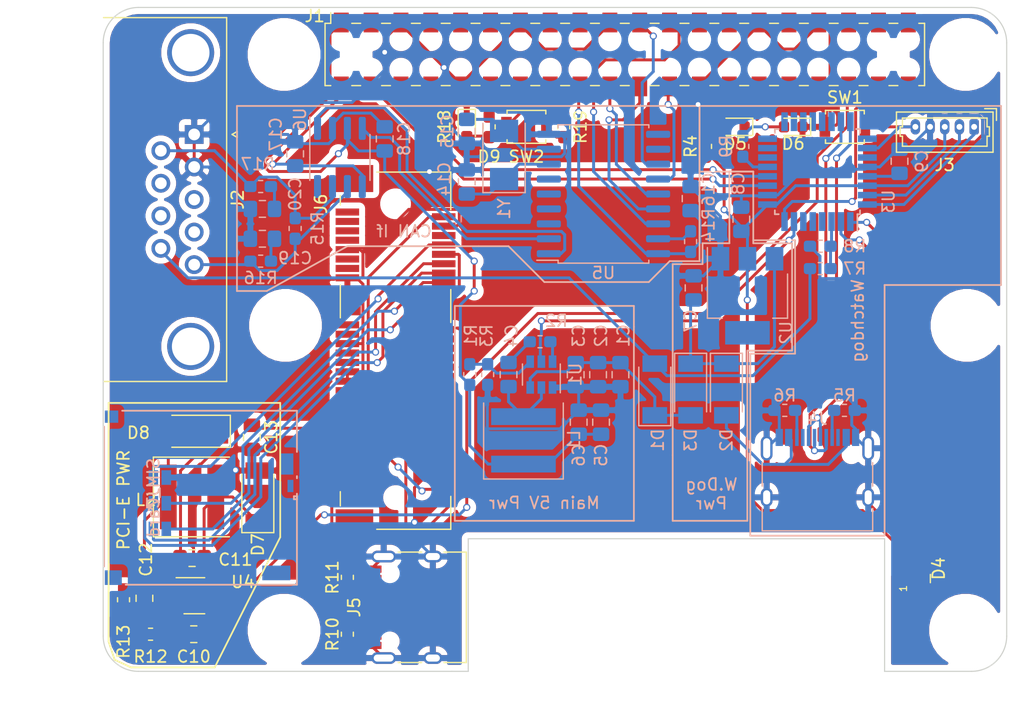
<source format=kicad_pcb>
(kicad_pcb (version 20171130) (host pcbnew 5.1.6)
  (layers (0 F.Cu signal) (31 B.Cu signal) (34 B.Paste user) (35 F.Paste user) (36 B.SilkS user) (37 F.SilkS user) (38 B.Mask user) (39 F.Mask user) (44 Edge.Cuts user))
  (net 0 "")
  (net 1 GND)
  (net 2 +12V)
  (net 3 "Net-(C7-Pad1)")
  (net 4 +5V)
  (net 5 +3V3)
  (net 6 +3.3VP)
  (net 7 +5VP)
  (net 8 LED_SDI)
  (net 9 LED_CKI)
  (net 10 "Net-(D5-Pad2)")
  (net 11 "Net-(D6-Pad2)")
  (net 12 Pi_Running)
  (net 13 SCL)
  (net 14 SDA)
  (net 15 "Net-(J2-Pad0)")
  (net 16 CAN_H)
  (net 17 CAN_L)
  (net 18 SAMD_RESET)
  (net 19 SAMD_SWC)
  (net 20 SAMD_SWD)
  (net 21 "Net-(J4-PadA5)")
  (net 22 /Watchdog/USB_D-)
  (net 23 /Watchdog/USB_D+)
  (net 24 "Net-(J4-PadB5)")
  (net 25 "Net-(J5-PadA5)")
  (net 26 "Net-(J5-PadA7)")
  (net 27 "Net-(J5-PadA6)")
  (net 28 "Net-(J5-PadB5)")
  (net 29 "Net-(J6-PadMP)")
  (net 30 "Net-(R1-Pad1)")
  (net 31 PWR_EN)
  (net 32 "Net-(U5-Pad2)")
  (net 33 "Net-(U5-Pad1)")
  (net 34 "Net-(C4-Pad2)")
  (net 35 "Net-(C4-Pad1)")
  (net 36 "Net-(C9-Pad2)")
  (net 37 +5VA)
  (net 38 "Net-(C11-Pad2)")
  (net 39 "Net-(C11-Pad1)")
  (net 40 "Net-(C12-Pad2)")
  (net 41 +3.3VA)
  (net 42 "Net-(C14-Pad1)")
  (net 43 "Net-(C15-Pad1)")
  (net 44 "Net-(C19-Pad2)")
  (net 45 "Net-(C20-Pad2)")
  (net 46 SPI_CE0)
  (net 47 RXINT)
  (net 48 SPI_CLK)
  (net 49 MISO)
  (net 50 MOSI)
  (net 51 "Net-(R2-Pad2)")
  (net 52 "Net-(R7-Pad2)")
  (net 53 "Net-(R9-Pad2)")
  (net 54 "Net-(R14-Pad2)")
  (net 55 "Net-(J6-Pad8)")
  (net 56 "Net-(J6-Pad10)")
  (net 57 "Net-(J6-Pad12)")
  (net 58 "Net-(J6-Pad14)")
  (net 59 "Net-(J6-Pad16)")
  (net 60 +12P)
  (net 61 PCIE_PWR_EN)
  (net 62 "Net-(D9-Pad2)")
  (net 63 RPI_CMD)
  (net 64 RPI_LED)
  (net 65 "Net-(R19-Pad2)")
  (module Button_Switch_SMD:SW_SPST_B3U-1000P (layer F.Cu) (at 71.12 22.86)
    (fp_text reference SW2 (at 0 2.54) (layer F.SilkS))
    (fp_text value SW_Reset)
    (pad 2 smd rect (at 1.7 0) (size 0.9 1.7) (layers F.Cu F.Paste F.Mask) (net 65 "Net-(R19-Pad2)"))
    (pad 1 smd rect (at -1.7 0) (size 0.9 1.7) (layers F.Cu F.Paste F.Mask) (net 63 RPI_CMD))
  )
  (module Resistor_SMD:R_0603_1608Metric_Pad1.05x0.95mm_HandSolder (layer F.Cu) (at 74.295 22.86 270)
    (fp_text reference R19 (at 0 -1.43 90) (layer F.SilkS))
    (fp_text value 10K)
    (pad 2 smd roundrect (at 0.875 0 270) (size 1.05 0.95) (layers F.Cu F.Paste F.Mask) (net 65 "Net-(R19-Pad2)"))
    (pad 1 smd roundrect (at -0.875 0 270) (size 1.05 0.95) (layers F.Cu F.Paste F.Mask) (net 1 GND))
  )
  (module Resistor_SMD:R_0603_1608Metric_Pad1.05x0.95mm_HandSolder (layer F.Cu) (at 67.945 22.86 90)
    (fp_text reference R18 (at 0 -3.81 90) (layer F.SilkS))
    (fp_text value R15)
    (pad 2 smd roundrect (at 0.875 0 90) (size 1.05 0.95) (layers F.Cu F.Paste F.Mask) (net 64 RPI_LED))
    (pad 1 smd roundrect (at -0.875 0 90) (size 1.05 0.95) (layers F.Cu F.Paste F.Mask) (net 62 "Net-(D9-Pad2)"))
  )
  (module LED_SMD:LED_0603_1608Metric (layer F.Cu) (at 66.04 22.86 270)
    (fp_text reference D9 (at 2.54 -1.905 180) (layer F.SilkS))
    (fp_text value blue)
    (pad 2 smd roundrect (at 0.7875 0 270) (size 0.875 0.95) (layers F.Cu F.Paste F.Mask) (net 62 "Net-(D9-Pad2)"))
    (pad 1 smd roundrect (at -0.7875 0 270) (size 0.875 0.95) (layers F.Cu F.Paste F.Mask) (net 1 GND))
  )
  (module Capacitor_SMD:C_0805_2012Metric_Pad1.15x1.40mm_HandSolder (layer B.Cu) (at 89.408 30.725 90)
    (fp_text reference C8 (at 3.039 -0.254 90) (layer B.SilkS) (effects (justify mirror)))
    (fp_text value 22µF)
    (pad 2 smd roundrect (at 1.025 0 90) (size 1.15 1.4) (layers B.Cu B.Paste B.Mask) (roundrect_rratio 0.217391) (net 1 GND))
    (pad 1 smd roundrect (at -1.025 0 90) (size 1.15 1.4) (layers B.Cu B.Paste B.Mask) (roundrect_rratio 0.217391) (net 6 +3.3VP))
  )
  (module Diode_SMD:D_SOD-128 (layer B.Cu) (at 85.09 45.212 270)
    (fp_text reference D3 (at 4.318 0 90) (layer B.SilkS) (effects (justify mirror)))
    (fp_text value D_Schottky)
    (pad 2 smd rect (at 2.2 0 270) (size 1.4 2.1) (layers B.Cu B.Paste B.Mask) (net 2 +12V))
    (pad 1 smd rect (at -2.2 0 270) (size 1.4 2.1) (layers B.Cu B.Paste B.Mask) (net 3 "Net-(C7-Pad1)"))
  )
  (module Connector_PCBEdge:BUS_PCI_Express_Mini_Full (layer F.Cu) (at 59.98 41.91 270)
    (fp_text reference J6 (at -12.5 6.35 270) (layer F.SilkS))
    (fp_text value Bus_PCI_Express_Mini)
    (pad "" np_thru_hole circle (at 12.5 0 270) (size 1.1 1.1) (drill 1.1) (layers *.Cu *.Mask))
    (pad "" np_thru_hole circle (at -12.5 0 270) (size 1.6 1.6) (drill 1.6) (layers *.Cu *.Mask))
    (pad MP smd rect (at -14.65 3.5 270) (size 2.3 3.2) (layers F.Cu F.Paste F.Mask) (net 29 "Net-(J6-PadMP)"))
    (pad MP smd rect (at 14.65 3.5 270) (size 2.3 3.2) (layers F.Cu F.Paste F.Mask) (net 29 "Net-(J6-PadMP)"))
    (pad 1 smd rect (at -11.8 4.1 270) (size 0.6 2) (layers F.Cu F.Paste F.Mask))
    (pad 2 smd rect (at -11.4 -4.1 270) (size 0.6 2) (layers F.Cu F.Paste F.Mask) (net 41 +3.3VA))
    (pad 3 smd rect (at -11 4.1 270) (size 0.6 2) (layers F.Cu F.Paste F.Mask))
    (pad 4 smd rect (at -10.6 -4.1 270) (size 0.6 2) (layers F.Cu F.Paste F.Mask) (net 1 GND))
    (pad 5 smd rect (at -10.2 4.1 270) (size 0.6 2) (layers F.Cu F.Paste F.Mask))
    (pad 6 smd rect (at -9.8 -4.1 270) (size 0.6 2) (layers F.Cu F.Paste F.Mask))
    (pad 7 smd rect (at -9.4 4.1 270) (size 0.6 2) (layers F.Cu F.Paste F.Mask))
    (pad 8 smd rect (at -9 -4.1 270) (size 0.6 2) (layers F.Cu F.Paste F.Mask) (net 55 "Net-(J6-Pad8)"))
    (pad 9 smd rect (at -8.6 4.1 270) (size 0.6 2) (layers F.Cu F.Paste F.Mask) (net 1 GND))
    (pad 10 smd rect (at -8.2 -4.1 270) (size 0.6 2) (layers F.Cu F.Paste F.Mask) (net 56 "Net-(J6-Pad10)"))
    (pad 11 smd rect (at -7.8 4.1 270) (size 0.6 2) (layers F.Cu F.Paste F.Mask))
    (pad 12 smd rect (at -7.4 -4.1 270) (size 0.6 2) (layers F.Cu F.Paste F.Mask) (net 57 "Net-(J6-Pad12)"))
    (pad 13 smd rect (at -7 4.1 270) (size 0.6 2) (layers F.Cu F.Paste F.Mask))
    (pad 14 smd rect (at -6.6 -4.1 270) (size 0.6 2) (layers F.Cu F.Paste F.Mask) (net 58 "Net-(J6-Pad14)"))
    (pad 15 smd rect (at -6.2 4.1 270) (size 0.6 2) (layers F.Cu F.Paste F.Mask) (net 1 GND))
    (pad 16 smd rect (at -5.8 -4.1 270) (size 0.6 2) (layers F.Cu F.Paste F.Mask) (net 59 "Net-(J6-Pad16)"))
    (pad 17 smd rect (at -2.2 4.1 270) (size 0.6 2) (layers F.Cu F.Paste F.Mask))
    (pad 18 smd rect (at -1.8 -4.1 270) (size 0.6 2) (layers F.Cu F.Paste F.Mask) (net 1 GND))
    (pad 19 smd rect (at -1.4 4.1 270) (size 0.6 2) (layers F.Cu F.Paste F.Mask))
    (pad 20 smd rect (at -1 -4.1 270) (size 0.6 2) (layers F.Cu F.Paste F.Mask))
    (pad 21 smd rect (at -0.6 4.1 270) (size 0.6 2) (layers F.Cu F.Paste F.Mask) (net 1 GND))
    (pad 22 smd rect (at -0.2 -4.1 270) (size 0.6 2) (layers F.Cu F.Paste F.Mask))
    (pad 23 smd rect (at 0.2 4.1 270) (size 0.6 2) (layers F.Cu F.Paste F.Mask))
    (pad 24 smd rect (at 0.6 -4.1 270) (size 0.6 2) (layers F.Cu F.Paste F.Mask) (net 41 +3.3VA))
    (pad 25 smd rect (at 1 4.1 270) (size 0.6 2) (layers F.Cu F.Paste F.Mask))
    (pad 26 smd rect (at 1.4 -4.1 270) (size 0.6 2) (layers F.Cu F.Paste F.Mask) (net 1 GND))
    (pad 27 smd rect (at 1.8 4.1 270) (size 0.6 2) (layers F.Cu F.Paste F.Mask) (net 1 GND))
    (pad 28 smd rect (at 2.2 -4.1 270) (size 0.6 2) (layers F.Cu F.Paste F.Mask))
    (pad 29 smd rect (at 2.6 4.1 270) (size 0.6 2) (layers F.Cu F.Paste F.Mask) (net 1 GND))
    (pad 30 smd rect (at 3 -4.1 270) (size 0.6 2) (layers F.Cu F.Paste F.Mask))
    (pad 31 smd rect (at 3.4 4.1 270) (size 0.6 2) (layers F.Cu F.Paste F.Mask))
    (pad 32 smd rect (at 3.8 -4.1 270) (size 0.6 2) (layers F.Cu F.Paste F.Mask))
    (pad 33 smd rect (at 4.2 4.1 270) (size 0.6 2) (layers F.Cu F.Paste F.Mask))
    (pad 34 smd rect (at 4.6 -4.1 270) (size 0.6 2) (layers F.Cu F.Paste F.Mask) (net 1 GND))
    (pad 35 smd rect (at 5 4.1 270) (size 0.6 2) (layers F.Cu F.Paste F.Mask) (net 1 GND))
    (pad 36 smd rect (at 5.4 -4.1 270) (size 0.6 2) (layers F.Cu F.Paste F.Mask) (net 26 "Net-(J5-PadA7)"))
    (pad 37 smd rect (at 5.8 4.1 270) (size 0.6 2) (layers F.Cu F.Paste F.Mask) (net 1 GND))
    (pad 38 smd rect (at 6.2 -4.1 270) (size 0.6 2) (layers F.Cu F.Paste F.Mask) (net 27 "Net-(J5-PadA6)"))
    (pad 39 smd rect (at 6.6 4.1 270) (size 0.6 2) (layers F.Cu F.Paste F.Mask) (net 41 +3.3VA))
    (pad 40 smd rect (at 7 -4.1 270) (size 0.6 2) (layers F.Cu F.Paste F.Mask) (net 1 GND))
    (pad 41 smd rect (at 7.4 4.1 270) (size 0.6 2) (layers F.Cu F.Paste F.Mask) (net 41 +3.3VA))
    (pad 42 smd rect (at 7.8 -4.1 270) (size 0.6 2) (layers F.Cu F.Paste F.Mask))
    (pad 43 smd rect (at 8.2 4.1 270) (size 0.6 2) (layers F.Cu F.Paste F.Mask) (net 1 GND))
    (pad 44 smd rect (at 8.6 -4.1 270) (size 0.6 2) (layers F.Cu F.Paste F.Mask))
    (pad 45 smd rect (at 9 4.1 270) (size 0.6 2) (layers F.Cu F.Paste F.Mask))
    (pad 46 smd rect (at 9.4 -4.1 270) (size 0.6 2) (layers F.Cu F.Paste F.Mask))
    (pad 47 smd rect (at 9.8 4.1 270) (size 0.6 2) (layers F.Cu F.Paste F.Mask))
    (pad 48 smd rect (at 10.2 -4.1 270) (size 0.6 2) (layers F.Cu F.Paste F.Mask))
    (pad 49 smd rect (at 10.6 4.1 270) (size 0.6 2) (layers F.Cu F.Paste F.Mask))
    (pad 50 smd rect (at 11 -4.1 270) (size 0.6 2) (layers F.Cu F.Paste F.Mask) (net 1 GND))
    (pad 51 smd rect (at 11.4 4.1 270) (size 0.6 2) (layers F.Cu F.Paste F.Mask))
    (pad 52 smd rect (at 11.8 -4.1 270) (size 0.6 2) (layers F.Cu F.Paste F.Mask) (net 41 +3.3VA))
  )
  (module Connector_Dsub:DSUB-9_Male_Horizontal_P2.77x2.84mm_EdgePinOffset4.94mm_Housed_MountingHolesOffset7.48mm (layer F.Cu) (at 42.845 23.507 270)
    (fp_text reference J2 (at 5.54 -3.7 90) (layer F.SilkS))
    (fp_text value DB9_Male_MountingHoles)
    (pad 0 thru_hole circle (at 18.04 0.3 270) (size 4 4) (drill 3.2) (layers *.Cu *.Mask) (net 15 "Net-(J2-Pad0)"))
    (pad 0 thru_hole circle (at -6.96 0.3 270) (size 4 4) (drill 3.2) (layers *.Cu *.Mask) (net 15 "Net-(J2-Pad0)"))
    (pad 9 thru_hole circle (at 9.695 2.84 270) (size 1.6 1.6) (drill 1) (layers *.Cu *.Mask) (net 60 +12P))
    (pad 8 thru_hole circle (at 6.925 2.84 270) (size 1.6 1.6) (drill 1) (layers *.Cu *.Mask))
    (pad 7 thru_hole circle (at 4.155 2.84 270) (size 1.6 1.6) (drill 1) (layers *.Cu *.Mask))
    (pad 6 thru_hole circle (at 1.385 2.84 270) (size 1.6 1.6) (drill 1) (layers *.Cu *.Mask) (net 16 CAN_H))
    (pad 5 thru_hole circle (at 11.08 0 270) (size 1.6 1.6) (drill 1) (layers *.Cu *.Mask) (net 17 CAN_L))
    (pad 4 thru_hole circle (at 8.31 0 270) (size 1.6 1.6) (drill 1) (layers *.Cu *.Mask))
    (pad 3 thru_hole circle (at 5.54 0 270) (size 1.6 1.6) (drill 1) (layers *.Cu *.Mask))
    (pad 2 thru_hole circle (at 2.77 0 270) (size 1.6 1.6) (drill 1) (layers *.Cu *.Mask) (net 1 GND))
    (pad 1 thru_hole rect (at 0 0 270) (size 1.6 1.6) (drill 1) (layers *.Cu *.Mask) (net 1 GND))
  )
  (module Connector_JAE_mine:SF56S006V4BR2000 (layer B.Cu) (at 39.37 52.705 90)
    (fp_text reference J7 (at -1.720088 0 -90) (layer B.SilkS) (effects (justify mirror)))
    (fp_text value SIM_Card (at -1.720088 0 -90) (layer B.SilkS) (effects (justify mirror)))
    (fp_text user * (at -2.54 0 -90) (layer B.SilkS) (effects (justify mirror)))
    (fp_text user * (at -2.54 0 -90) (layer B.SilkS) (effects (justify mirror)))
    (pad HD4 smd rect (at 5.179911 -3.559998 90) (size 1.0414 1.143) (layers B.Cu B.Paste B.Mask))
    (pad HD1 smd rect (at -8.520087 -3.409998 90) (size 1.2446 1.4478) (layers B.Cu B.Paste B.Mask))
    (pad HD3 smd rect (at 1.149911 11.340002 90) (size 1.8034 1.143) (layers B.Cu B.Paste B.Mask))
    (pad DSW2 smd rect (at -0.720087 11.665001 90) (size 1.0414 0.5) (layers B.Cu B.Paste B.Mask))
    (pad DSW1 smd rect (at -8.120126 10.465001 90) (size 1.2446 2.3876) (layers B.Cu B.Paste B.Mask))
    (pad C7 smd rect (at -4.379999 1.100001 90) (size 1.2446 0.8128) (layers B.Cu B.Paste B.Mask) (net 56 "Net-(J6-Pad10)"))
    (pad C6 smd rect (at -2.190001 1.100001 90) (size 1.2446 0.8128) (layers B.Cu B.Paste B.Mask) (net 59 "Net-(J6-Pad16)"))
    (pad C5 smd rect (at 0 1.100001 90) (size 1.2446 0.8128) (layers B.Cu B.Paste B.Mask) (net 1 GND))
    (pad C3 smd rect (at -4.379999 0 90) (size 1.2446 0.8128) (layers B.Cu B.Paste B.Mask) (net 57 "Net-(J6-Pad12)"))
    (pad C2 smd rect (at -2.190001 0 90) (size 1.2446 0.8128) (layers B.Cu B.Paste B.Mask) (net 58 "Net-(J6-Pad14)"))
    (pad C1 smd rect (at 0 0 90) (size 1.2446 0.8128) (layers B.Cu B.Paste B.Mask) (net 55 "Net-(J6-Pad8)"))
  )
  (module Crystal:Crystal_SMD_Abracon_ABM3-2Pin_5.0x3.2mm (layer B.Cu) (at 69.215 25.255 90)
    (fp_text reference Y1 (at -4.59 0 90) (layer B.SilkS) (effects (justify mirror)))
    (fp_text value 16MHz)
    (pad 2 smd rect (at 2.05 0 90) (size 1.9 2.4) (layers B.Cu B.Paste B.Mask) (net 43 "Net-(C15-Pad1)"))
    (pad 1 smd rect (at -2.05 0 90) (size 1.9 2.4) (layers B.Cu B.Paste B.Mask) (net 42 "Net-(C14-Pad1)"))
  )
  (module Package_SO:SOIC-8_3.9x4.9mm_P1.27mm (layer B.Cu) (at 55.245 25.465 270)
    (fp_text reference U6 (at -3.24 3.4 90) (layer B.SilkS) (effects (justify mirror)))
    (fp_text value MCP2562-E-SN)
    (pad 8 smd roundrect (at 2.475 1.905 270) (size 1.95 0.6) (layers B.Cu B.Paste B.Mask))
    (pad 7 smd roundrect (at 2.475 0.635 270) (size 1.95 0.6) (layers B.Cu B.Paste B.Mask) (net 16 CAN_H))
    (pad 6 smd roundrect (at 2.475 -0.635 270) (size 1.95 0.6) (layers B.Cu B.Paste B.Mask) (net 17 CAN_L))
    (pad 5 smd roundrect (at 2.475 -1.905 270) (size 1.95 0.6) (layers B.Cu B.Paste B.Mask) (net 5 +3V3))
    (pad 4 smd roundrect (at -2.475 -1.905 270) (size 1.95 0.6) (layers B.Cu B.Paste B.Mask) (net 32 "Net-(U5-Pad2)"))
    (pad 3 smd roundrect (at -2.475 -0.635 270) (size 1.95 0.6) (layers B.Cu B.Paste B.Mask) (net 4 +5V))
    (pad 2 smd roundrect (at -2.475 0.635 270) (size 1.95 0.6) (layers B.Cu B.Paste B.Mask) (net 1 GND))
    (pad 1 smd roundrect (at -2.475 1.905 270) (size 1.95 0.6) (layers B.Cu B.Paste B.Mask) (net 33 "Net-(U5-Pad1)"))
  )
  (module Package_SO:SOIC-18W_7.5x11.6mm_P1.27mm (layer B.Cu) (at 77.675 28.575)
    (fp_text reference U5 (at 0 6.72) (layer B.SilkS) (effects (justify mirror)))
    (fp_text value MCP2515-xSO)
    (pad 18 smd roundrect (at 4.65 5.08) (size 2.05 0.6) (layers B.Cu B.Paste B.Mask) (net 5 +3V3))
    (pad 17 smd roundrect (at 4.65 3.81) (size 2.05 0.6) (layers B.Cu B.Paste B.Mask) (net 54 "Net-(R14-Pad2)"))
    (pad 16 smd roundrect (at 4.65 2.54) (size 2.05 0.6) (layers B.Cu B.Paste B.Mask) (net 46 SPI_CE0))
    (pad 15 smd roundrect (at 4.65 1.27) (size 2.05 0.6) (layers B.Cu B.Paste B.Mask) (net 49 MISO))
    (pad 14 smd roundrect (at 4.65 0) (size 2.05 0.6) (layers B.Cu B.Paste B.Mask) (net 50 MOSI))
    (pad 13 smd roundrect (at 4.65 -1.27) (size 2.05 0.6) (layers B.Cu B.Paste B.Mask) (net 48 SPI_CLK))
    (pad 12 smd roundrect (at 4.65 -2.54) (size 2.05 0.6) (layers B.Cu B.Paste B.Mask) (net 47 RXINT))
    (pad 11 smd roundrect (at 4.65 -3.81) (size 2.05 0.6) (layers B.Cu B.Paste B.Mask))
    (pad 10 smd roundrect (at 4.65 -5.08) (size 2.05 0.6) (layers B.Cu B.Paste B.Mask))
    (pad 9 smd roundrect (at -4.65 -5.08) (size 2.05 0.6) (layers B.Cu B.Paste B.Mask) (net 1 GND))
    (pad 8 smd roundrect (at -4.65 -3.81) (size 2.05 0.6) (layers B.Cu B.Paste B.Mask) (net 43 "Net-(C15-Pad1)"))
    (pad 7 smd roundrect (at -4.65 -2.54) (size 2.05 0.6) (layers B.Cu B.Paste B.Mask) (net 42 "Net-(C14-Pad1)"))
    (pad 6 smd roundrect (at -4.65 -1.27) (size 2.05 0.6) (layers B.Cu B.Paste B.Mask))
    (pad 5 smd roundrect (at -4.65 0) (size 2.05 0.6) (layers B.Cu B.Paste B.Mask))
    (pad 4 smd roundrect (at -4.65 1.27) (size 2.05 0.6) (layers B.Cu B.Paste B.Mask))
    (pad 3 smd roundrect (at -4.65 2.54) (size 2.05 0.6) (layers B.Cu B.Paste B.Mask))
    (pad 2 smd roundrect (at -4.65 3.81) (size 2.05 0.6) (layers B.Cu B.Paste B.Mask) (net 32 "Net-(U5-Pad2)"))
    (pad 1 smd roundrect (at -4.65 5.08) (size 2.05 0.6) (layers B.Cu B.Paste B.Mask) (net 33 "Net-(U5-Pad1)"))
  )
  (module Package_TO_SOT_SMD:TSOT-23-6_HandSoldering (layer F.Cu) (at 42.858 62.738)
    (fp_text reference U4 (at 4.132 -1.143) (layer F.SilkS))
    (fp_text value LM2734Y)
    (pad 6 smd rect (at 1.71 -0.95) (size 2 0.65) (layers F.Cu F.Paste F.Mask) (net 38 "Net-(C11-Pad2)"))
    (pad 5 smd rect (at 1.71 0) (size 2 0.65) (layers F.Cu F.Paste F.Mask) (net 37 +5VA))
    (pad 4 smd rect (at 1.71 0.95) (size 2 0.65) (layers F.Cu F.Paste F.Mask) (net 61 PCIE_PWR_EN))
    (pad 3 smd rect (at -1.71 0.95) (size 2 0.65) (layers F.Cu F.Paste F.Mask) (net 40 "Net-(C12-Pad2)"))
    (pad 2 smd rect (at -1.71 0) (size 2 0.65) (layers F.Cu F.Paste F.Mask) (net 1 GND))
    (pad 1 smd rect (at -1.71 -0.95) (size 2 0.65) (layers F.Cu F.Paste F.Mask) (net 39 "Net-(C11-Pad1)"))
  )
  (module Package_TO_SOT_SMD:SOT-223 (layer B.Cu) (at 89.93 37.236 270)
    (fp_text reference U2 (at 3.15 -3.288 90) (layer B.SilkS) (effects (justify mirror)))
    (fp_text value AZ1117-3.3)
    (pad 1 smd rect (at -3.15 2.3 270) (size 2 1.5) (layers B.Cu B.Paste B.Mask) (net 1 GND))
    (pad 3 smd rect (at -3.15 -2.3 270) (size 2 1.5) (layers B.Cu B.Paste B.Mask) (net 3 "Net-(C7-Pad1)"))
    (pad 2 smd rect (at -3.15 0 270) (size 2 1.5) (layers B.Cu B.Paste B.Mask) (net 6 +3.3VP))
    (pad 4 smd rect (at 3.15 0 270) (size 2 3.8) (layers B.Cu B.Paste B.Mask))
  )
  (module Package_TO_SOT_SMD:SOT-23-6 (layer B.Cu) (at 72.39 43.942 90)
    (fp_text reference U1 (at 0 2.9 90) (layer B.SilkS) (effects (justify mirror)))
    (fp_text value TPS56339DDC)
    (pad 5 smd rect (at 1.1 0 90) (size 1.06 0.65) (layers B.Cu B.Paste B.Mask) (net 31 PWR_EN))
    (pad 6 smd rect (at 1.1 0.95 90) (size 1.06 0.65) (layers B.Cu B.Paste B.Mask) (net 51 "Net-(R2-Pad2)"))
    (pad 4 smd rect (at 1.1 -0.95 90) (size 1.06 0.65) (layers B.Cu B.Paste B.Mask) (net 30 "Net-(R1-Pad1)"))
    (pad 3 smd rect (at -1.1 -0.95 90) (size 1.06 0.65) (layers B.Cu B.Paste B.Mask) (net 2 +12V))
    (pad 2 smd rect (at -1.1 0 90) (size 1.06 0.65) (layers B.Cu B.Paste B.Mask) (net 35 "Net-(C4-Pad1)"))
    (pad 1 smd rect (at -1.1 0.95 90) (size 1.06 0.65) (layers B.Cu B.Paste B.Mask) (net 1 GND))
  )
  (module Button_Switch_SMD:SW_SPST_B3U-1000P (layer F.Cu) (at 98.22 22.86)
    (fp_text reference SW1 (at 0 -2.5) (layer F.SilkS))
    (fp_text value SW_Reset)
    (pad 2 smd rect (at 1.7 0) (size 0.9 1.7) (layers F.Cu F.Paste F.Mask) (net 18 SAMD_RESET))
    (pad 1 smd rect (at -1.7 0) (size 0.9 1.7) (layers F.Cu F.Paste F.Mask) (net 1 GND))
  )
  (module Resistor_SMD:R_0603_1608Metric_Pad1.05x0.95mm_HandSolder (layer B.Cu) (at 48.5 27.94)
    (fp_text reference R17 (at -0.24 -1.905) (layer B.SilkS) (effects (justify mirror)))
    (fp_text value 100R)
    (pad 2 smd roundrect (at 0.875 0) (size 1.05 0.95) (layers B.Cu B.Paste B.Mask) (net 45 "Net-(C20-Pad2)"))
    (pad 1 smd roundrect (at -0.875 0) (size 1.05 0.95) (layers B.Cu B.Paste B.Mask) (net 16 CAN_H))
  )
  (module Resistor_SMD:R_0603_1608Metric_Pad1.05x0.95mm_HandSolder (layer B.Cu) (at 48.5 34.29)
    (fp_text reference R16 (at 0 1.43) (layer B.SilkS) (effects (justify mirror)))
    (fp_text value 100R)
    (pad 2 smd roundrect (at 0.875 0) (size 1.05 0.95) (layers B.Cu B.Paste B.Mask) (net 44 "Net-(C19-Pad2)"))
    (pad 1 smd roundrect (at -0.875 0) (size 1.05 0.95) (layers B.Cu B.Paste B.Mask) (net 17 CAN_L))
  )
  (module Resistor_SMD:R_0603_1608Metric_Pad1.05x0.95mm_HandSolder (layer B.Cu) (at 51.435 31.51 270)
    (fp_text reference R15 (at 0 -1.905 90) (layer B.SilkS) (effects (justify mirror)))
    (fp_text value R120)
    (pad 2 smd roundrect (at 0.875 0 270) (size 1.05 0.95) (layers B.Cu B.Paste B.Mask) (net 17 CAN_L))
    (pad 1 smd roundrect (at -0.875 0 270) (size 1.05 0.95) (layers B.Cu B.Paste B.Mask) (net 16 CAN_H))
  )
  (module Resistor_SMD:R_0603_1608Metric_Pad1.05x0.95mm_HandSolder (layer B.Cu) (at 85.09 32.625 90)
    (fp_text reference R14 (at 1.383 1.524 90) (layer B.SilkS) (effects (justify mirror)))
    (fp_text value 4k7)
    (pad 2 smd roundrect (at 0.875 0 90) (size 1.05 0.95) (layers B.Cu B.Paste B.Mask) (net 54 "Net-(R14-Pad2)"))
    (pad 1 smd roundrect (at -0.875 0 90) (size 1.05 0.95) (layers B.Cu B.Paste B.Mask) (net 5 +3V3))
  )
  (module Resistor_SMD:R_0603_1608Metric_Pad1.05x0.95mm_HandSolder (layer F.Cu) (at 36.83 63.105 270)
    (fp_text reference R13 (at 3.57 0 90) (layer F.SilkS))
    (fp_text value 31,6k)
    (pad 2 smd roundrect (at 0.875 0 270) (size 1.05 0.95) (layers F.Cu F.Paste F.Mask) (net 40 "Net-(C12-Pad2)"))
    (pad 1 smd roundrect (at -0.875 0 270) (size 1.05 0.95) (layers F.Cu F.Paste F.Mask) (net 41 +3.3VA))
  )
  (module Resistor_SMD:R_0603_1608Metric_Pad1.05x0.95mm_HandSolder (layer F.Cu) (at 39.13 66.04)
    (fp_text reference R12 (at 0 1.905) (layer F.SilkS))
    (fp_text value 10k)
    (pad 2 smd roundrect (at 0.875 0) (size 1.05 0.95) (layers F.Cu F.Paste F.Mask) (net 1 GND))
    (pad 1 smd roundrect (at -0.875 0) (size 1.05 0.95) (layers F.Cu F.Paste F.Mask) (net 40 "Net-(C12-Pad2)"))
  )
  (module Resistor_SMD:R_0603_1608Metric_Pad1.05x0.95mm_HandSolder (layer F.Cu) (at 55.88 61.2 90)
    (fp_text reference R11 (at 0 -1.27 90) (layer F.SilkS))
    (fp_text value 5K1)
    (pad 2 smd roundrect (at 0.875 0 90) (size 1.05 0.95) (layers F.Cu F.Paste F.Mask) (net 1 GND))
    (pad 1 smd roundrect (at -0.875 0 90) (size 1.05 0.95) (layers F.Cu F.Paste F.Mask) (net 28 "Net-(J5-PadB5)"))
  )
  (module Resistor_SMD:R_0603_1608Metric_Pad1.05x0.95mm_HandSolder (layer F.Cu) (at 55.88 66.04 270)
    (fp_text reference R10 (at 0 1.27 90) (layer F.SilkS))
    (fp_text value 5K1)
    (pad 2 smd roundrect (at 0.875 0 270) (size 1.05 0.95) (layers F.Cu F.Paste F.Mask) (net 1 GND))
    (pad 1 smd roundrect (at -0.875 0 270) (size 1.05 0.95) (layers F.Cu F.Paste F.Mask) (net 25 "Net-(J5-PadA5)"))
  )
  (module Resistor_SMD:R_0603_1608Metric_Pad1.05x0.95mm_HandSolder (layer B.Cu) (at 89.535 24.525 270)
    (fp_text reference R9 (at 0 1.43 90) (layer B.SilkS) (effects (justify mirror)))
    (fp_text value 1.5K)
    (pad 2 smd roundrect (at 0.875 0 270) (size 1.05 0.95) (layers B.Cu B.Paste B.Mask) (net 53 "Net-(R9-Pad2)"))
    (pad 1 smd roundrect (at -0.875 0 270) (size 1.05 0.95) (layers B.Cu B.Paste B.Mask) (net 11 "Net-(D6-Pad2)"))
  )
  (module Resistor_SMD:R_0603_1608Metric_Pad1.05x0.95mm_HandSolder (layer B.Cu) (at 96.125 33.02)
    (fp_text reference R8 (at 2.935 0) (layer B.SilkS) (effects (justify mirror)))
    (fp_text value 27K)
    (pad 2 smd roundrect (at 0.875 0) (size 1.05 0.95) (layers B.Cu B.Paste B.Mask) (net 52 "Net-(R7-Pad2)"))
    (pad 1 smd roundrect (at -0.875 0) (size 1.05 0.95) (layers B.Cu B.Paste B.Mask) (net 1 GND))
  )
  (module Resistor_SMD:R_0603_1608Metric_Pad1.05x0.95mm_HandSolder (layer B.Cu) (at 96.125 34.925)
    (fp_text reference R7 (at 2.935 0) (layer B.SilkS) (effects (justify mirror)))
    (fp_text value 100K)
    (pad 2 smd roundrect (at 0.875 0) (size 1.05 0.95) (layers B.Cu B.Paste B.Mask) (net 52 "Net-(R7-Pad2)"))
    (pad 1 smd roundrect (at -0.875 0) (size 1.05 0.95) (layers B.Cu B.Paste B.Mask) (net 60 +12P))
  )
  (module Resistor_SMD:R_0603_1608Metric_Pad1.05x0.95mm_HandSolder (layer B.Cu) (at 93.105 46.99 180)
    (fp_text reference R6 (at 0 1.27) (layer B.SilkS) (effects (justify mirror)))
    (fp_text value 5K1)
    (pad 2 smd roundrect (at 0.875 0 180) (size 1.05 0.95) (layers B.Cu B.Paste B.Mask) (net 1 GND))
    (pad 1 smd roundrect (at -0.875 0 180) (size 1.05 0.95) (layers B.Cu B.Paste B.Mask) (net 24 "Net-(J4-PadB5)"))
  )
  (module Resistor_SMD:R_0603_1608Metric_Pad1.05x0.95mm_HandSolder (layer B.Cu) (at 98.185 46.99)
    (fp_text reference R5 (at 0 -1.27) (layer B.SilkS) (effects (justify mirror)))
    (fp_text value 5K1)
    (pad 2 smd roundrect (at 0.875 0) (size 1.05 0.95) (layers B.Cu B.Paste B.Mask) (net 1 GND))
    (pad 1 smd roundrect (at -0.875 0) (size 1.05 0.95) (layers B.Cu B.Paste B.Mask) (net 21 "Net-(J4-PadA5)"))
  )
  (module Resistor_SMD:R_0603_1608Metric_Pad1.05x0.95mm_HandSolder (layer F.Cu) (at 86.36 24.525 270)
    (fp_text reference R4 (at 0 1.27 90) (layer F.SilkS))
    (fp_text value 10K)
    (pad 2 smd roundrect (at 0.875 0 270) (size 1.05 0.95) (layers F.Cu F.Paste F.Mask) (net 6 +3.3VP))
    (pad 1 smd roundrect (at -0.875 0 270) (size 1.05 0.95) (layers F.Cu F.Paste F.Mask) (net 10 "Net-(D5-Pad2)"))
  )
  (module Resistor_SMD:R_0603_1608Metric_Pad1.05x0.95mm_HandSolder (layer B.Cu) (at 66.294 43.942 90)
    (fp_text reference R3 (at 3.302 1.43 90) (layer B.SilkS) (effects (justify mirror)))
    (fp_text value 52,3k)
    (pad 2 smd roundrect (at 0.875 0 90) (size 1.05 0.95) (layers B.Cu B.Paste B.Mask) (net 30 "Net-(R1-Pad1)"))
    (pad 1 smd roundrect (at -0.875 0 90) (size 1.05 0.95) (layers B.Cu B.Paste B.Mask) (net 4 +5V))
  )
  (module Resistor_SMD:R_0603_1608Metric_Pad1.05x0.95mm_HandSolder (layer B.Cu) (at 72.277 41.148)
    (fp_text reference R2 (at 1.383 -1.778) (layer B.SilkS) (effects (justify mirror)))
    (fp_text value 30R)
    (pad 2 smd roundrect (at 0.875 0) (size 1.05 0.95) (layers B.Cu B.Paste B.Mask) (net 51 "Net-(R2-Pad2)"))
    (pad 1 smd roundrect (at -0.875 0) (size 1.05 0.95) (layers B.Cu B.Paste B.Mask) (net 34 "Net-(C4-Pad2)"))
  )
  (module Resistor_SMD:R_0603_1608Metric_Pad1.05x0.95mm_HandSolder (layer B.Cu) (at 67.818 43.942 270)
    (fp_text reference R1 (at -3.302 1.43 90) (layer B.SilkS) (effects (justify mirror)))
    (fp_text value R10k)
    (pad 2 smd roundrect (at 0.875 0 270) (size 1.05 0.95) (layers B.Cu B.Paste B.Mask) (net 1 GND))
    (pad 1 smd roundrect (at -0.875 0 270) (size 1.05 0.95) (layers B.Cu B.Paste B.Mask) (net 30 "Net-(R1-Pad1)"))
  )
  (module Inductor_SMD:L_Coilcraft_XAL60xx_6.36x6.56mm (layer F.Cu) (at 42.66 54.356)
    (fp_text reference L2 (at -3.925 0.254) (layer F.SilkS))
    (fp_text value 4,7µH)
    (pad 2 smd rect (at 2.02 0) (size 1.43 5.5) (layers F.Cu F.Paste F.Mask) (net 38 "Net-(C11-Pad2)"))
    (pad 1 smd rect (at -2.02 0) (size 1.43 5.5) (layers F.Cu F.Paste F.Mask) (net 41 +3.3VA))
  )
  (module Inductor_SMD:L_Coilcraft_XAL60xx_6.36x6.56mm (layer B.Cu) (at 70.866 49.542 90)
    (fp_text reference L1 (at 0 4.3 90) (layer B.SilkS) (effects (justify mirror)))
    (fp_text value 5,6µH)
    (pad 2 smd rect (at 2.02 0 90) (size 1.43 5.5) (layers B.Cu B.Paste B.Mask) (net 35 "Net-(C4-Pad1)"))
    (pad 1 smd rect (at -2.02 0 90) (size 1.43 5.5) (layers B.Cu B.Paste B.Mask) (net 4 +5V))
  )
  (module Connector_USB:USB_C_Receptacle_HRO_TYPE-C-31-M-12 (layer F.Cu) (at 62.103 63.75 90)
    (fp_text reference J5 (at 0 -5.645 90) (layer F.SilkS))
    (fp_text value USB_C_Receptacle_USB2.0)
    (pad B1 smd rect (at 3.25 -4.045 90) (size 0.6 1.45) (layers F.Cu F.Paste F.Mask) (net 1 GND))
    (pad A9 smd rect (at 2.45 -4.045 90) (size 0.6 1.45) (layers F.Cu F.Paste F.Mask) (net 37 +5VA))
    (pad B9 smd rect (at -2.45 -4.045 90) (size 0.6 1.45) (layers F.Cu F.Paste F.Mask) (net 37 +5VA))
    (pad B12 smd rect (at -3.25 -4.045 90) (size 0.6 1.45) (layers F.Cu F.Paste F.Mask) (net 1 GND))
    (pad A1 smd rect (at -3.25 -4.045 90) (size 0.6 1.45) (layers F.Cu F.Paste F.Mask) (net 1 GND))
    (pad A4 smd rect (at -2.45 -4.045 90) (size 0.6 1.45) (layers F.Cu F.Paste F.Mask) (net 37 +5VA))
    (pad B4 smd rect (at 2.45 -4.045 90) (size 0.6 1.45) (layers F.Cu F.Paste F.Mask) (net 37 +5VA))
    (pad A12 smd rect (at 3.25 -4.045 90) (size 0.6 1.45) (layers F.Cu F.Paste F.Mask) (net 1 GND))
    (pad B8 smd rect (at -1.75 -4.045 90) (size 0.3 1.45) (layers F.Cu F.Paste F.Mask))
    (pad A5 smd rect (at -1.25 -4.045 90) (size 0.3 1.45) (layers F.Cu F.Paste F.Mask) (net 25 "Net-(J5-PadA5)"))
    (pad B7 smd rect (at -0.75 -4.045 90) (size 0.3 1.45) (layers F.Cu F.Paste F.Mask) (net 26 "Net-(J5-PadA7)"))
    (pad A7 smd rect (at 0.25 -4.045 90) (size 0.3 1.45) (layers F.Cu F.Paste F.Mask) (net 26 "Net-(J5-PadA7)"))
    (pad B6 smd rect (at 0.75 -4.045 90) (size 0.3 1.45) (layers F.Cu F.Paste F.Mask) (net 27 "Net-(J5-PadA6)"))
    (pad A8 smd rect (at 1.25 -4.045 90) (size 0.3 1.45) (layers F.Cu F.Paste F.Mask))
    (pad B5 smd rect (at 1.75 -4.045 90) (size 0.3 1.45) (layers F.Cu F.Paste F.Mask) (net 28 "Net-(J5-PadB5)"))
    (pad A6 smd rect (at -0.25 -4.045 90) (size 0.3 1.45) (layers F.Cu F.Paste F.Mask) (net 27 "Net-(J5-PadA6)"))
    (pad S1 thru_hole oval (at 4.32 -3.13 90) (size 1 2.1) (drill oval 0.6 1.7) (layers *.Cu *.Mask) (net 1 GND))
    (pad S1 thru_hole oval (at -4.32 -3.13 90) (size 1 2.1) (drill oval 0.6 1.7) (layers *.Cu *.Mask) (net 1 GND))
    (pad "" np_thru_hole circle (at -2.89 -2.6 90) (size 0.65 0.65) (drill 0.65) (layers *.Cu *.Mask))
    (pad S1 thru_hole oval (at -4.32 1.05 90) (size 1 1.6) (drill oval 0.6 1.2) (layers *.Cu *.Mask) (net 1 GND))
    (pad "" np_thru_hole circle (at 2.89 -2.6 90) (size 0.65 0.65) (drill 0.65) (layers *.Cu *.Mask))
    (pad S1 thru_hole oval (at 4.32 1.05 90) (size 1 1.6) (drill oval 0.6 1.2) (layers *.Cu *.Mask) (net 1 GND))
  )
  (module Connector_USB:USB_C_Receptacle_HRO_TYPE-C-31-M-12 (layer B.Cu) (at 95.885 53.34 180)
    (fp_text reference J4 (at 0 5.645) (layer B.SilkS) (effects (justify mirror)))
    (fp_text value USB_C_Receptacle_USB2.0)
    (pad B1 smd rect (at 3.25 4.045 180) (size 0.6 1.45) (layers B.Cu B.Paste B.Mask) (net 1 GND))
    (pad A9 smd rect (at 2.45 4.045 180) (size 0.6 1.45) (layers B.Cu B.Paste B.Mask) (net 7 +5VP))
    (pad B9 smd rect (at -2.45 4.045 180) (size 0.6 1.45) (layers B.Cu B.Paste B.Mask) (net 7 +5VP))
    (pad B12 smd rect (at -3.25 4.045 180) (size 0.6 1.45) (layers B.Cu B.Paste B.Mask) (net 1 GND))
    (pad A1 smd rect (at -3.25 4.045 180) (size 0.6 1.45) (layers B.Cu B.Paste B.Mask) (net 1 GND))
    (pad A4 smd rect (at -2.45 4.045 180) (size 0.6 1.45) (layers B.Cu B.Paste B.Mask) (net 7 +5VP))
    (pad B4 smd rect (at 2.45 4.045 180) (size 0.6 1.45) (layers B.Cu B.Paste B.Mask) (net 7 +5VP))
    (pad A12 smd rect (at 3.25 4.045 180) (size 0.6 1.45) (layers B.Cu B.Paste B.Mask) (net 1 GND))
    (pad B8 smd rect (at -1.75 4.045 180) (size 0.3 1.45) (layers B.Cu B.Paste B.Mask))
    (pad A5 smd rect (at -1.25 4.045 180) (size 0.3 1.45) (layers B.Cu B.Paste B.Mask) (net 21 "Net-(J4-PadA5)"))
    (pad B7 smd rect (at -0.75 4.045 180) (size 0.3 1.45) (layers B.Cu B.Paste B.Mask) (net 22 /Watchdog/USB_D-))
    (pad A7 smd rect (at 0.25 4.045 180) (size 0.3 1.45) (layers B.Cu B.Paste B.Mask) (net 22 /Watchdog/USB_D-))
    (pad B6 smd rect (at 0.75 4.045 180) (size 0.3 1.45) (layers B.Cu B.Paste B.Mask) (net 23 /Watchdog/USB_D+))
    (pad A8 smd rect (at 1.25 4.045 180) (size 0.3 1.45) (layers B.Cu B.Paste B.Mask))
    (pad B5 smd rect (at 1.75 4.045 180) (size 0.3 1.45) (layers B.Cu B.Paste B.Mask) (net 24 "Net-(J4-PadB5)"))
    (pad A6 smd rect (at -0.25 4.045 180) (size 0.3 1.45) (layers B.Cu B.Paste B.Mask) (net 23 /Watchdog/USB_D+))
    (pad S1 thru_hole oval (at 4.32 3.13 180) (size 1 2.1) (drill oval 0.6 1.7) (layers *.Cu *.Mask) (net 1 GND))
    (pad S1 thru_hole oval (at -4.32 3.13 180) (size 1 2.1) (drill oval 0.6 1.7) (layers *.Cu *.Mask) (net 1 GND))
    (pad "" np_thru_hole circle (at -2.89 2.6 180) (size 0.65 0.65) (drill 0.65) (layers *.Cu *.Mask))
    (pad S1 thru_hole oval (at -4.32 -1.05 180) (size 1 1.6) (drill oval 0.6 1.2) (layers *.Cu *.Mask) (net 1 GND))
    (pad "" np_thru_hole circle (at 2.89 2.6 180) (size 0.65 0.65) (drill 0.65) (layers *.Cu *.Mask))
    (pad S1 thru_hole oval (at 4.32 -1.05 180) (size 1 1.6) (drill oval 0.6 1.2) (layers *.Cu *.Mask) (net 1 GND))
  )
  (module Connector_Molex:Molex_PicoBlade_53047-0510_1x05_P1.25mm_Vertical (layer F.Cu) (at 109.22 22.86 180)
    (fp_text reference J3 (at 2.5 -3.25) (layer F.SilkS))
    (fp_text value Conn_01x05_Male)
    (pad 5 thru_hole oval (at 5 0 180) (size 0.8 1.3) (drill 0.5) (layers *.Cu *.Mask) (net 18 SAMD_RESET))
    (pad 4 thru_hole oval (at 3.75 0 180) (size 0.8 1.3) (drill 0.5) (layers *.Cu *.Mask) (net 1 GND))
    (pad 3 thru_hole oval (at 2.5 0 180) (size 0.8 1.3) (drill 0.5) (layers *.Cu *.Mask) (net 6 +3.3VP))
    (pad 2 thru_hole oval (at 1.25 0 180) (size 0.8 1.3) (drill 0.5) (layers *.Cu *.Mask) (net 19 SAMD_SWC))
    (pad 1 thru_hole roundrect (at 0 0 180) (size 0.8 1.3) (drill 0.5) (layers *.Cu *.Mask) (net 20 SAMD_SWD))
  )
  (module Diode_SMD:D_SOD-128 (layer F.Cu) (at 42.84 48.768 180)
    (fp_text reference D8 (at 4.74 -0.127) (layer F.SilkS))
    (fp_text value 1N4148W)
    (pad 2 smd rect (at 2.2 0 180) (size 1.4 2.1) (layers F.Cu F.Paste F.Mask) (net 41 +3.3VA))
    (pad 1 smd rect (at -2.2 0 180) (size 1.4 2.1) (layers F.Cu F.Paste F.Mask) (net 39 "Net-(C11-Pad1)"))
  )
  (module Diode_SMD:D_SOD-128 (layer F.Cu) (at 48.26 54.315 90)
    (fp_text reference D7 (at -4.105 0 90) (layer F.SilkS))
    (fp_text value "D_Schottky 1A")
    (pad 2 smd rect (at 2.2 0 90) (size 1.4 2.1) (layers F.Cu F.Paste F.Mask) (net 1 GND))
    (pad 1 smd rect (at -2.2 0 90) (size 1.4 2.1) (layers F.Cu F.Paste F.Mask) (net 38 "Net-(C11-Pad2)"))
  )
  (module LED_SMD:LED_0603_1608Metric (layer F.Cu) (at 93.8275 22.86 180)
    (fp_text reference D6 (at 0 -1.43) (layer F.SilkS))
    (fp_text value red)
    (pad 2 smd roundrect (at 0.7875 0 180) (size 0.875 0.95) (layers F.Cu F.Paste F.Mask) (net 11 "Net-(D6-Pad2)"))
    (pad 1 smd roundrect (at -0.7875 0 180) (size 0.875 0.95) (layers F.Cu F.Paste F.Mask) (net 1 GND))
  )
  (module LED_SMD:LED_0603_1608Metric (layer F.Cu) (at 88.9 22.86 180)
    (fp_text reference D5 (at 0 -1.43 180) (layer F.SilkS))
    (fp_text value green)
    (pad 2 smd roundrect (at 0.7875 0 180) (size 0.875 0.95) (layers F.Cu F.Paste F.Mask) (net 10 "Net-(D5-Pad2)"))
    (pad 1 smd roundrect (at -0.7875 0 180) (size 0.875 0.95) (layers F.Cu F.Paste F.Mask) (net 1 GND))
  )
  (module LED_SMD:LED-APA102-2020 (layer F.Cu) (at 104.095 60.452 90)
    (fp_text reference D4 (at 0 2.11 90) (layer F.SilkS))
    (fp_text value APA102-2020)
    (fp_text user 1 (at -1.7 -0.9 90) (layer F.SilkS) (effects (font (size 0.6 0.6) (thickness 0.1))))
    (pad 6 smd rect (at 0 0.59 180) (size 1.48 0.5) (layers F.Cu F.Paste F.Mask) (net 1 GND))
    (pad 1 smd rect (at 0 -0.83 180) (size 1 0.5) (layers F.Cu F.Paste F.Mask) (net 6 +3.3VP))
    (pad 6 smd rect (at 0.85 -0.9 90) (size 0.8 0.5) (layers F.Cu F.Paste F.Mask) (net 1 GND))
    (pad 4 smd rect (at 0.85 0.9 90) (size 0.8 0.5) (layers F.Cu F.Paste F.Mask) (net 8 LED_SDI))
    (pad 5 smd rect (at 0.85 0 90) (size 0.8 0.3) (layers F.Cu F.Paste F.Mask) (net 9 LED_CKI))
    (pad 3 smd rect (at -0.85 0.9 90) (size 0.8 0.5) (layers F.Cu F.Paste F.Mask))
    (pad 2 smd rect (at -0.85 0 90) (size 0.8 0.3) (layers F.Cu F.Paste F.Mask))
    (pad 1 smd rect (at -0.85 -0.9 90) (size 0.8 0.5) (layers F.Cu F.Paste F.Mask) (net 6 +3.3VP))
  )
  (module Diode_SMD:D_SOD-128 (layer B.Cu) (at 88.138 45.212 270)
    (fp_text reference D2 (at 4.318 0 90) (layer B.SilkS) (effects (justify mirror)))
    (fp_text value D_Schottky)
    (pad 2 smd rect (at 2.2 0 270) (size 1.4 2.1) (layers B.Cu B.Paste B.Mask) (net 7 +5VP))
    (pad 1 smd rect (at -2.2 0 270) (size 1.4 2.1) (layers B.Cu B.Paste B.Mask) (net 3 "Net-(C7-Pad1)"))
  )
  (module Diode_SMD:D_SOD-128 (layer B.Cu) (at 82.042 45.212 90)
    (fp_text reference D1 (at -4.318 0.254 90) (layer B.SilkS) (effects (justify mirror)))
    (fp_text value D_Schottky)
    (pad 2 smd rect (at 2.2 0 90) (size 1.4 2.1) (layers B.Cu B.Paste B.Mask) (net 60 +12P))
    (pad 1 smd rect (at -2.2 0 90) (size 1.4 2.1) (layers B.Cu B.Paste B.Mask) (net 2 +12V))
  )
  (module Capacitor_SMD:C_0805_2012Metric_Pad1.15x1.40mm_HandSolder (layer B.Cu) (at 48.65 29.845)
    (fp_text reference C20 (at 2.785 -1.27 90) (layer B.SilkS) (effects (justify mirror)))
    (fp_text value 560pF)
    (pad 2 smd roundrect (at 1.025 0) (size 1.15 1.4) (layers B.Cu B.Paste B.Mask) (roundrect_rratio 0.217391) (net 45 "Net-(C20-Pad2)"))
    (pad 1 smd roundrect (at -1.025 0) (size 1.15 1.4) (layers B.Cu B.Paste B.Mask) (roundrect_rratio 0.217391) (net 1 GND))
  )
  (module Capacitor_SMD:C_0805_2012Metric_Pad1.15x1.40mm_HandSolder (layer B.Cu) (at 48.65 32.385)
    (fp_text reference C19 (at 2.785 1.65) (layer B.SilkS) (effects (justify mirror)))
    (fp_text value 560pF)
    (pad 2 smd roundrect (at 1.025 0) (size 1.15 1.4) (layers B.Cu B.Paste B.Mask) (roundrect_rratio 0.217391) (net 44 "Net-(C19-Pad2)"))
    (pad 1 smd roundrect (at -1.025 0) (size 1.15 1.4) (layers B.Cu B.Paste B.Mask) (roundrect_rratio 0.217391) (net 1 GND))
  )
  (module Capacitor_SMD:C_0805_2012Metric_Pad1.15x1.40mm_HandSolder (layer B.Cu) (at 59.055 23.885 90)
    (fp_text reference C18 (at 0 1.65 90) (layer B.SilkS) (effects (justify mirror)))
    (fp_text value 100nF)
    (pad 2 smd roundrect (at 1.025 0 90) (size 1.15 1.4) (layers B.Cu B.Paste B.Mask) (roundrect_rratio 0.217391) (net 1 GND))
    (pad 1 smd roundrect (at -1.025 0 90) (size 1.15 1.4) (layers B.Cu B.Paste B.Mask) (roundrect_rratio 0.217391) (net 4 +5V))
  )
  (module Capacitor_SMD:C_0805_2012Metric_Pad1.15x1.40mm_HandSolder (layer B.Cu) (at 51.435 25.155 270)
    (fp_text reference C17 (at -1.66 1.65 90) (layer B.SilkS) (effects (justify mirror)))
    (fp_text value 100nF)
    (pad 2 smd roundrect (at 1.025 0 270) (size 1.15 1.4) (layers B.Cu B.Paste B.Mask) (roundrect_rratio 0.217391) (net 5 +3V3))
    (pad 1 smd roundrect (at -1.025 0 270) (size 1.15 1.4) (layers B.Cu B.Paste B.Mask) (roundrect_rratio 0.217391) (net 1 GND))
  )
  (module Capacitor_SMD:C_0805_2012Metric_Pad1.15x1.40mm_HandSolder (layer B.Cu) (at 85.09 28.965 270)
    (fp_text reference C16 (at -0.771 -1.524 90) (layer B.SilkS) (effects (justify mirror)))
    (fp_text value 100nF)
    (pad 2 smd roundrect (at 1.025 0 270) (size 1.15 1.4) (layers B.Cu B.Paste B.Mask) (roundrect_rratio 0.217391) (net 5 +3V3))
    (pad 1 smd roundrect (at -1.025 0 270) (size 1.15 1.4) (layers B.Cu B.Paste B.Mask) (roundrect_rratio 0.217391) (net 1 GND))
  )
  (module Capacitor_SMD:C_0805_2012Metric_Pad1.15x1.40mm_HandSolder (layer B.Cu) (at 66.04 23.25 270)
    (fp_text reference C15 (at 0 1.65 90) (layer B.SilkS) (effects (justify mirror)))
    (fp_text value 22pF)
    (pad 2 smd roundrect (at 1.025 0 270) (size 1.15 1.4) (layers B.Cu B.Paste B.Mask) (roundrect_rratio 0.217391) (net 1 GND))
    (pad 1 smd roundrect (at -1.025 0 270) (size 1.15 1.4) (layers B.Cu B.Paste B.Mask) (roundrect_rratio 0.217391) (net 43 "Net-(C15-Pad1)"))
  )
  (module Capacitor_SMD:C_0805_2012Metric_Pad1.15x1.40mm_HandSolder (layer B.Cu) (at 66.04 27.55 90)
    (fp_text reference C14 (at 0.245 -1.905 90) (layer B.SilkS) (effects (justify mirror)))
    (fp_text value 22pF)
    (pad 2 smd roundrect (at 1.025 0 90) (size 1.15 1.4) (layers B.Cu B.Paste B.Mask) (roundrect_rratio 0.217391) (net 1 GND))
    (pad 1 smd roundrect (at -1.025 0 90) (size 1.15 1.4) (layers B.Cu B.Paste B.Mask) (roundrect_rratio 0.217391) (net 42 "Net-(C14-Pad1)"))
  )
  (module Capacitor_SMD:C_0805_2012Metric_Pad1.15x1.40mm_HandSolder (layer F.Cu) (at 47.752 49.285 270)
    (fp_text reference C13 (at 0 -1.65 90) (layer F.SilkS))
    (fp_text value 22µF)
    (pad 2 smd roundrect (at 1.025 0 270) (size 1.15 1.4) (layers F.Cu F.Paste F.Mask) (roundrect_rratio 0.217391) (net 1 GND))
    (pad 1 smd roundrect (at -1.025 0 270) (size 1.15 1.4) (layers F.Cu F.Paste F.Mask) (roundrect_rratio 0.217391) (net 41 +3.3VA))
  )
  (module Capacitor_SMD:C_0805_2012Metric_Pad1.15x1.40mm_HandSolder (layer F.Cu) (at 38.608 62.983 270)
    (fp_text reference C12 (at -3.293 -0.127 270) (layer F.SilkS))
    (fp_text value 1000pF)
    (pad 2 smd roundrect (at 1.025 0 270) (size 1.15 1.4) (layers F.Cu F.Paste F.Mask) (roundrect_rratio 0.217391) (net 40 "Net-(C12-Pad2)"))
    (pad 1 smd roundrect (at -1.025 0 270) (size 1.15 1.4) (layers F.Cu F.Paste F.Mask) (roundrect_rratio 0.217391) (net 41 +3.3VA))
  )
  (module Capacitor_SMD:C_0805_2012Metric_Pad1.15x1.40mm_HandSolder (layer F.Cu) (at 42.663 59.563)
    (fp_text reference C11 (at 3.692 0.127) (layer F.SilkS))
    (fp_text value 0.01µF)
    (pad 2 smd roundrect (at 1.025 0) (size 1.15 1.4) (layers F.Cu F.Paste F.Mask) (roundrect_rratio 0.217391) (net 38 "Net-(C11-Pad2)"))
    (pad 1 smd roundrect (at -1.025 0) (size 1.15 1.4) (layers F.Cu F.Paste F.Mask) (roundrect_rratio 0.217391) (net 39 "Net-(C11-Pad1)"))
  )
  (module Capacitor_SMD:C_0805_2012Metric_Pad1.15x1.40mm_HandSolder (layer F.Cu) (at 42.808 66.04 180)
    (fp_text reference C10 (at 0 -1.905) (layer F.SilkS))
    (fp_text value 10µF)
    (pad 2 smd roundrect (at 1.025 0 180) (size 1.15 1.4) (layers F.Cu F.Paste F.Mask) (roundrect_rratio 0.217391) (net 1 GND))
    (pad 1 smd roundrect (at -1.025 0 180) (size 1.15 1.4) (layers F.Cu F.Paste F.Mask) (roundrect_rratio 0.217391) (net 37 +5VA))
  )
  (module Capacitor_SMD:C_0805_2012Metric_Pad1.15x1.40mm_HandSolder (layer B.Cu) (at 102.87 25.79 270)
    (fp_text reference C9 (at 0 -1.905 90) (layer B.SilkS) (effects (justify mirror)))
    (fp_text value 1µF)
    (pad 2 smd roundrect (at 1.025 0 270) (size 1.15 1.4) (layers B.Cu B.Paste B.Mask) (roundrect_rratio 0.217391) (net 36 "Net-(C9-Pad2)"))
    (pad 1 smd roundrect (at -1.025 0 270) (size 1.15 1.4) (layers B.Cu B.Paste B.Mask) (roundrect_rratio 0.217391) (net 1 GND))
  )
  (module Capacitor_SMD:C_0805_2012Metric_Pad1.15x1.40mm_HandSolder (layer B.Cu) (at 85.344 36.567 90)
    (fp_text reference C7 (at -2.803 -0.254 90) (layer B.SilkS) (effects (justify mirror)))
    (fp_text value 10µF)
    (pad 2 smd roundrect (at 1.025 0 90) (size 1.15 1.4) (layers B.Cu B.Paste B.Mask) (roundrect_rratio 0.217391) (net 1 GND))
    (pad 1 smd roundrect (at -1.025 0 90) (size 1.15 1.4) (layers B.Cu B.Paste B.Mask) (roundrect_rratio 0.217391) (net 3 "Net-(C7-Pad1)"))
  )
  (module Capacitor_SMD:C_0805_2012Metric_Pad1.15x1.40mm_HandSolder (layer B.Cu) (at 75.565 47.997 90)
    (fp_text reference C6 (at -2.803 0 90) (layer B.SilkS) (effects (justify mirror)))
    (fp_text value 22µF)
    (pad 2 smd roundrect (at 1.025 0 90) (size 1.15 1.4) (layers B.Cu B.Paste B.Mask) (roundrect_rratio 0.217391) (net 1 GND))
    (pad 1 smd roundrect (at -1.025 0 90) (size 1.15 1.4) (layers B.Cu B.Paste B.Mask) (roundrect_rratio 0.217391) (net 4 +5V))
  )
  (module Capacitor_SMD:C_0805_2012Metric_Pad1.15x1.40mm_HandSolder (layer B.Cu) (at 77.47 47.997 90)
    (fp_text reference C5 (at -2.803 0 90) (layer B.SilkS) (effects (justify mirror)))
    (fp_text value 22µF)
    (pad 2 smd roundrect (at 1.025 0 90) (size 1.15 1.4) (layers B.Cu B.Paste B.Mask) (roundrect_rratio 0.217391) (net 1 GND))
    (pad 1 smd roundrect (at -1.025 0 90) (size 1.15 1.4) (layers B.Cu B.Paste B.Mask) (roundrect_rratio 0.217391) (net 4 +5V))
  )
  (module Capacitor_SMD:C_0805_2012Metric_Pad1.15x1.40mm_HandSolder (layer B.Cu) (at 69.596 43.942 90)
    (fp_text reference C4 (at 3.302 0.254 90) (layer B.SilkS) (effects (justify mirror)))
    (fp_text value 100nF)
    (pad 2 smd roundrect (at 1.025 0 90) (size 1.15 1.4) (layers B.Cu B.Paste B.Mask) (roundrect_rratio 0.217391) (net 34 "Net-(C4-Pad2)"))
    (pad 1 smd roundrect (at -1.025 0 90) (size 1.15 1.4) (layers B.Cu B.Paste B.Mask) (roundrect_rratio 0.217391) (net 35 "Net-(C4-Pad1)"))
  )
  (module Capacitor_SMD:C_0805_2012Metric_Pad1.15x1.40mm_HandSolder (layer B.Cu) (at 75.311 43.951 270)
    (fp_text reference C3 (at -3.311 -0.254 90) (layer B.SilkS) (effects (justify mirror)))
    (fp_text value 100nF)
    (pad 2 smd roundrect (at 1.025 0 270) (size 1.15 1.4) (layers B.Cu B.Paste B.Mask) (roundrect_rratio 0.217391) (net 1 GND))
    (pad 1 smd roundrect (at -1.025 0 270) (size 1.15 1.4) (layers B.Cu B.Paste B.Mask) (roundrect_rratio 0.217391) (net 2 +12V))
  )
  (module Capacitor_SMD:C_0805_2012Metric_Pad1.15x1.40mm_HandSolder (layer B.Cu) (at 77.216 43.951 270)
    (fp_text reference C2 (at -3.311 -0.254 90) (layer B.SilkS) (effects (justify mirror)))
    (fp_text value 10µF)
    (pad 2 smd roundrect (at 1.025 0 270) (size 1.15 1.4) (layers B.Cu B.Paste B.Mask) (roundrect_rratio 0.217391) (net 1 GND))
    (pad 1 smd roundrect (at -1.025 0 270) (size 1.15 1.4) (layers B.Cu B.Paste B.Mask) (roundrect_rratio 0.217391) (net 2 +12V))
  )
  (module Capacitor_SMD:C_0805_2012Metric_Pad1.15x1.40mm_HandSolder (layer B.Cu) (at 79.121 43.951 270)
    (fp_text reference C1 (at -3.311 -0.254 90) (layer B.SilkS) (effects (justify mirror)))
    (fp_text value 10µF)
    (pad 2 smd roundrect (at 1.025 0 270) (size 1.15 1.4) (layers B.Cu B.Paste B.Mask) (roundrect_rratio 0.217391) (net 1 GND))
    (pad 1 smd roundrect (at -1.025 0 270) (size 1.15 1.4) (layers B.Cu B.Paste B.Mask) (roundrect_rratio 0.217391) (net 2 +12V))
  )
  (module Package_QFP:TQFP-32_7x7mm_P0.8mm (layer B.Cu) (at 95.885 26.67 90)
    (fp_text reference U3 (at -2.54 6.05 90) (layer B.SilkS) (effects (justify mirror)))
    (fp_text value ATSAMD21E18A-A)
    (pad 32 smd rect (at -2.8 4.25) (size 1.6 0.55) (layers B.Cu B.Paste B.Mask) (net 20 SAMD_SWD))
    (pad 31 smd rect (at -2 4.25) (size 1.6 0.55) (layers B.Cu B.Paste B.Mask) (net 19 SAMD_SWC))
    (pad 30 smd rect (at -1.2 4.25) (size 1.6 0.55) (layers B.Cu B.Paste B.Mask) (net 6 +3.3VP))
    (pad 29 smd rect (at -0.4 4.25) (size 1.6 0.55) (layers B.Cu B.Paste B.Mask) (net 36 "Net-(C9-Pad2)"))
    (pad 28 smd rect (at 0.4 4.25) (size 1.6 0.55) (layers B.Cu B.Paste B.Mask) (net 1 GND))
    (pad 27 smd rect (at 1.2 4.25) (size 1.6 0.55) (layers B.Cu B.Paste B.Mask))
    (pad 26 smd rect (at 2 4.25) (size 1.6 0.55) (layers B.Cu B.Paste B.Mask) (net 18 SAMD_RESET))
    (pad 25 smd rect (at 2.8 4.25) (size 1.6 0.55) (layers B.Cu B.Paste B.Mask))
    (pad 24 smd rect (at 4.25 2.8 90) (size 1.6 0.55) (layers B.Cu B.Paste B.Mask) (net 23 /Watchdog/USB_D+))
    (pad 23 smd rect (at 4.25 2 90) (size 1.6 0.55) (layers B.Cu B.Paste B.Mask) (net 22 /Watchdog/USB_D-))
    (pad 22 smd rect (at 4.25 1.2 90) (size 1.6 0.55) (layers B.Cu B.Paste B.Mask))
    (pad 21 smd rect (at 4.25 0.4 90) (size 1.6 0.55) (layers B.Cu B.Paste B.Mask))
    (pad 20 smd rect (at 4.25 -0.4 90) (size 1.6 0.55) (layers B.Cu B.Paste B.Mask))
    (pad 19 smd rect (at 4.25 -1.2 90) (size 1.6 0.55) (layers B.Cu B.Paste B.Mask))
    (pad 18 smd rect (at 4.25 -2 90) (size 1.6 0.55) (layers B.Cu B.Paste B.Mask))
    (pad 17 smd rect (at 4.25 -2.8 90) (size 1.6 0.55) (layers B.Cu B.Paste B.Mask))
    (pad 16 smd rect (at 2.8 -4.25) (size 1.6 0.55) (layers B.Cu B.Paste B.Mask))
    (pad 15 smd rect (at 2 -4.25) (size 1.6 0.55) (layers B.Cu B.Paste B.Mask))
    (pad 14 smd rect (at 1.2 -4.25) (size 1.6 0.55) (layers B.Cu B.Paste B.Mask))
    (pad 13 smd rect (at 0.4 -4.25) (size 1.6 0.55) (layers B.Cu B.Paste B.Mask) (net 53 "Net-(R9-Pad2)"))
    (pad 12 smd rect (at -0.4 -4.25) (size 1.6 0.55) (layers B.Cu B.Paste B.Mask) (net 13 SCL))
    (pad 11 smd rect (at -1.2 -4.25) (size 1.6 0.55) (layers B.Cu B.Paste B.Mask) (net 14 SDA))
    (pad 10 smd rect (at -2 -4.25) (size 1.6 0.55) (layers B.Cu B.Paste B.Mask) (net 1 GND))
    (pad 9 smd rect (at -2.8 -4.25) (size 1.6 0.55) (layers B.Cu B.Paste B.Mask) (net 6 +3.3VP))
    (pad 8 smd rect (at -4.25 -2.8 90) (size 1.6 0.55) (layers B.Cu B.Paste B.Mask) (net 12 Pi_Running))
    (pad 7 smd rect (at -4.25 -2 90) (size 1.6 0.55) (layers B.Cu B.Paste B.Mask) (net 31 PWR_EN))
    (pad 6 smd rect (at -4.25 -1.2 90) (size 1.6 0.55) (layers B.Cu B.Paste B.Mask))
    (pad 5 smd rect (at -4.25 -0.4 90) (size 1.6 0.55) (layers B.Cu B.Paste B.Mask))
    (pad 4 smd rect (at -4.25 0.4 90) (size 1.6 0.55) (layers B.Cu B.Paste B.Mask))
    (pad 3 smd rect (at -4.25 1.2 90) (size 1.6 0.55) (layers B.Cu B.Paste B.Mask) (net 52 "Net-(R7-Pad2)"))
    (pad 2 smd rect (at -4.25 2 90) (size 1.6 0.55) (layers B.Cu B.Paste B.Mask) (net 9 LED_CKI))
    (pad 1 smd rect (at -4.25 2.8 90) (size 1.6 0.55) (layers B.Cu B.Paste B.Mask) (net 8 LED_SDI))
  )
  (module RPi_Hat:RPi_Hat_Mounting_Hole (layer F.Cu) (at 108.615 39.76)
    (fp_text reference "" hide)
    (fp_text value "" hide)
    (pad "" np_thru_hole circle (at 0 0) (size 2.75 2.75) (drill 2.75) (layers *.Cu *.Mask) (clearance 1.725))
  )
  (module RPi_Hat:RPi_Hat_Mounting_Hole (layer F.Cu) (at 50.615 39.76)
    (fp_text reference "" hide)
    (fp_text value "" hide)
    (pad "" np_thru_hole circle (at 0 0) (size 2.75 2.75) (drill 2.75) (layers *.Cu *.Mask) (clearance 1.725))
  )
  (module Connector_Samtec_HLE_SMD-ML:Samtec_HLE-120-02-xxx-DV-BE-A_2x20_RPi_Top (layer F.Cu) (at 79.49 16.7)
    (fp_text reference J1 (at -26.391248 -3.26697) (layer F.SilkS))
    (fp_text value RPi_GPIO)
    (pad 40 smd rect (at 24.13 -2.72) (size 1.27 1.68) (layers F.Cu F.Paste F.Mask))
    (pad 38 smd rect (at 21.59 -2.72) (size 1.27 1.68) (layers F.Cu F.Paste F.Mask))
    (pad 36 smd rect (at 19.05 -2.72) (size 1.27 1.68) (layers F.Cu F.Paste F.Mask))
    (pad 34 smd rect (at 16.51 -2.72) (size 1.27 1.68) (layers F.Cu F.Paste F.Mask) (net 1 GND))
    (pad 32 smd rect (at 13.97 -2.72) (size 1.27 1.68) (layers F.Cu F.Paste F.Mask))
    (pad 30 smd rect (at 11.43 -2.72) (size 1.27 1.68) (layers F.Cu F.Paste F.Mask) (net 1 GND))
    (pad 28 smd rect (at 8.89 -2.72) (size 1.27 1.68) (layers F.Cu F.Paste F.Mask))
    (pad 26 smd rect (at 6.35 -2.72) (size 1.27 1.68) (layers F.Cu F.Paste F.Mask))
    (pad 24 smd rect (at 3.81 -2.72) (size 1.27 1.68) (layers F.Cu F.Paste F.Mask) (net 46 SPI_CE0))
    (pad 22 smd rect (at 1.27 -2.72) (size 1.27 1.68) (layers F.Cu F.Paste F.Mask) (net 47 RXINT))
    (pad 20 smd rect (at -1.27 -2.72) (size 1.27 1.68) (layers F.Cu F.Paste F.Mask) (net 1 GND))
    (pad 18 smd rect (at -3.81 -2.72) (size 1.27 1.68) (layers F.Cu F.Paste F.Mask))
    (pad 16 smd rect (at -6.35 -2.72) (size 1.27 1.68) (layers F.Cu F.Paste F.Mask))
    (pad 14 smd rect (at -8.89 -2.72) (size 1.27 1.68) (layers F.Cu F.Paste F.Mask) (net 1 GND))
    (pad 12 smd rect (at -11.43 -2.72) (size 1.27 1.68) (layers F.Cu F.Paste F.Mask))
    (pad 10 smd rect (at -13.97 -2.72) (size 1.27 1.68) (layers F.Cu F.Paste F.Mask))
    (pad 8 smd rect (at -16.51 -2.72) (size 1.27 1.68) (layers F.Cu F.Paste F.Mask))
    (pad 6 smd rect (at -19.05 -2.72) (size 1.27 1.68) (layers F.Cu F.Paste F.Mask) (net 1 GND))
    (pad 4 smd rect (at -21.59 -2.72) (size 1.27 1.68) (layers F.Cu F.Paste F.Mask) (net 4 +5V))
    (pad 2 smd rect (at -24.13 -2.72) (size 1.27 1.68) (layers F.Cu F.Paste F.Mask) (net 4 +5V))
    (pad 39 smd rect (at 24.13 2.72) (size 1.27 1.68) (layers F.Cu F.Paste F.Mask) (net 1 GND))
    (pad 37 smd rect (at 21.59 2.72) (size 1.27 1.68) (layers F.Cu F.Paste F.Mask) (net 12 Pi_Running))
    (pad 35 smd rect (at 19.05 2.72) (size 1.27 1.68) (layers F.Cu F.Paste F.Mask) (net 61 PCIE_PWR_EN))
    (pad 33 smd rect (at 16.51 2.72) (size 1.27 1.68) (layers F.Cu F.Paste F.Mask))
    (pad 31 smd rect (at 13.97 2.72) (size 1.27 1.68) (layers F.Cu F.Paste F.Mask))
    (pad 29 smd rect (at 11.43 2.72) (size 1.27 1.68) (layers F.Cu F.Paste F.Mask))
    (pad 27 smd rect (at 8.89 2.72) (size 1.27 1.68) (layers F.Cu F.Paste F.Mask))
    (pad 25 smd rect (at 6.35 2.72) (size 1.27 1.68) (layers F.Cu F.Paste F.Mask) (net 1 GND))
    (pad 23 smd rect (at 3.81 2.72) (size 1.27 1.68) (layers F.Cu F.Paste F.Mask) (net 48 SPI_CLK))
    (pad 21 smd rect (at 1.27 2.72) (size 1.27 1.68) (layers F.Cu F.Paste F.Mask) (net 49 MISO))
    (pad 19 smd rect (at -1.27 2.72) (size 1.27 1.68) (layers F.Cu F.Paste F.Mask) (net 50 MOSI))
    (pad 17 smd rect (at -3.81 2.72) (size 1.27 1.68) (layers F.Cu F.Paste F.Mask) (net 5 +3V3))
    (pad 15 smd rect (at -6.35 2.72) (size 1.27 1.68) (layers F.Cu F.Paste F.Mask))
    (pad 13 smd rect (at -8.89 2.72) (size 1.27 1.68) (layers F.Cu F.Paste F.Mask) (net 63 RPI_CMD))
    (pad 11 smd rect (at -11.43 2.72) (size 1.27 1.68) (layers F.Cu F.Paste F.Mask) (net 64 RPI_LED))
    (pad 9 smd rect (at -13.97 2.72) (size 1.27 1.68) (layers F.Cu F.Paste F.Mask) (net 1 GND))
    (pad 7 smd rect (at -16.51 2.72) (size 1.27 1.68) (layers F.Cu F.Paste F.Mask))
    (pad 5 smd rect (at -19.05 2.72) (size 1.27 1.68) (layers F.Cu F.Paste F.Mask) (net 13 SCL))
    (pad 3 smd rect (at -21.59 2.72) (size 1.27 1.68) (layers F.Cu F.Paste F.Mask) (net 14 SDA))
    (pad 1 smd rect (at -24.13 2.72) (size 1.27 1.68) (layers F.Cu F.Paste F.Mask) (net 5 +3V3))
    (pad "" np_thru_hole circle (at 24.13 1.27) (size 0.97 0.97) (drill 0.97) (layers *.Cu *.Mask))
    (pad "" np_thru_hole circle (at 24.13 -1.27) (size 0.97 0.97) (drill 0.97) (layers *.Cu *.Mask))
    (pad "" np_thru_hole circle (at 21.59 1.27) (size 0.97 0.97) (drill 0.97) (layers *.Cu *.Mask))
    (pad "" np_thru_hole circle (at 21.59 -1.27) (size 0.97 0.97) (drill 0.97) (layers *.Cu *.Mask))
    (pad "" np_thru_hole circle (at 19.05 1.27) (size 0.97 0.97) (drill 0.97) (layers *.Cu *.Mask))
    (pad "" np_thru_hole circle (at 19.05 -1.27) (size 0.97 0.97) (drill 0.97) (layers *.Cu *.Mask))
    (pad "" np_thru_hole circle (at 16.51 1.27) (size 0.97 0.97) (drill 0.97) (layers *.Cu *.Mask))
    (pad "" np_thru_hole circle (at 16.51 -1.27) (size 0.97 0.97) (drill 0.97) (layers *.Cu *.Mask))
    (pad "" np_thru_hole circle (at 13.97 1.27) (size 0.97 0.97) (drill 0.97) (layers *.Cu *.Mask))
    (pad "" np_thru_hole circle (at 13.97 -1.27) (size 0.97 0.97) (drill 0.97) (layers *.Cu *.Mask))
    (pad "" np_thru_hole circle (at 11.43 1.27) (size 0.97 0.97) (drill 0.97) (layers *.Cu *.Mask))
    (pad "" np_thru_hole circle (at 11.43 -1.27) (size 0.97 0.97) (drill 0.97) (layers *.Cu *.Mask))
    (pad "" np_thru_hole circle (at 8.89 1.27) (size 0.97 0.97) (drill 0.97) (layers *.Cu *.Mask))
    (pad "" np_thru_hole circle (at 8.89 -1.27) (size 0.97 0.97) (drill 0.97) (layers *.Cu *.Mask))
    (pad "" np_thru_hole circle (at 6.35 1.27) (size 0.97 0.97) (drill 0.97) (layers *.Cu *.Mask))
    (pad "" np_thru_hole circle (at 6.35 -1.27) (size 0.97 0.97) (drill 0.97) (layers *.Cu *.Mask))
    (pad "" np_thru_hole circle (at 3.81 1.27) (size 0.97 0.97) (drill 0.97) (layers *.Cu *.Mask))
    (pad "" np_thru_hole circle (at 3.81 -1.27) (size 0.97 0.97) (drill 0.97) (layers *.Cu *.Mask))
    (pad "" np_thru_hole circle (at 1.27 1.27) (size 0.97 0.97) (drill 0.97) (layers *.Cu *.Mask))
    (pad "" np_thru_hole circle (at 1.27 -1.27) (size 0.97 0.97) (drill 0.97) (layers *.Cu *.Mask))
    (pad "" np_thru_hole circle (at -1.27 1.27) (size 0.97 0.97) (drill 0.97) (layers *.Cu *.Mask))
    (pad "" np_thru_hole circle (at -1.27 -1.27) (size 0.97 0.97) (drill 0.97) (layers *.Cu *.Mask))
    (pad "" np_thru_hole circle (at -3.81 1.27) (size 0.97 0.97) (drill 0.97) (layers *.Cu *.Mask))
    (pad "" np_thru_hole circle (at -3.81 -1.27) (size 0.97 0.97) (drill 0.97) (layers *.Cu *.Mask))
    (pad "" np_thru_hole circle (at -6.35 1.27) (size 0.97 0.97) (drill 0.97) (layers *.Cu *.Mask))
    (pad "" np_thru_hole circle (at -6.35 -1.27) (size 0.97 0.97) (drill 0.97) (layers *.Cu *.Mask))
    (pad "" np_thru_hole circle (at -8.89 1.27) (size 0.97 0.97) (drill 0.97) (layers *.Cu *.Mask))
    (pad "" np_thru_hole circle (at -8.89 -1.27) (size 0.97 0.97) (drill 0.97) (layers *.Cu *.Mask))
    (pad "" np_thru_hole circle (at -11.43 1.27) (size 0.97 0.97) (drill 0.97) (layers *.Cu *.Mask))
    (pad "" np_thru_hole circle (at -11.43 -1.27) (size 0.97 0.97) (drill 0.97) (layers *.Cu *.Mask))
    (pad "" np_thru_hole circle (at -13.97 1.27) (size 0.97 0.97) (drill 0.97) (layers *.Cu *.Mask))
    (pad "" np_thru_hole circle (at -13.97 -1.27) (size 0.97 0.97) (drill 0.97) (layers *.Cu *.Mask))
    (pad "" np_thru_hole circle (at -16.51 1.27) (size 0.97 0.97) (drill 0.97) (layers *.Cu *.Mask))
    (pad "" np_thru_hole circle (at -16.51 -1.27) (size 0.97 0.97) (drill 0.97) (layers *.Cu *.Mask))
    (pad "" np_thru_hole circle (at -19.05 1.27) (size 0.97 0.97) (drill 0.97) (layers *.Cu *.Mask))
    (pad "" np_thru_hole circle (at -19.05 -1.27) (size 0.97 0.97) (drill 0.97) (layers *.Cu *.Mask))
    (pad "" np_thru_hole circle (at -21.59 1.27) (size 0.97 0.97) (drill 0.97) (layers *.Cu *.Mask))
    (pad "" np_thru_hole circle (at -21.59 -1.27) (size 0.97 0.97) (drill 0.97) (layers *.Cu *.Mask))
    (pad "" np_thru_hole circle (at -24.13 1.27) (size 0.97 0.97) (drill 0.97) (layers *.Cu *.Mask))
    (pad "" np_thru_hole circle (at -24.13 -1.27) (size 0.97 0.97) (drill 0.97) (layers *.Cu *.Mask))
    (pad "" np_thru_hole circle (at 22.86 0) (size 1.78 1.78) (drill 1.78) (layers *.Cu *.Mask))
    (pad "" np_thru_hole circle (at -22.86 0) (size 1.78 1.78) (drill 1.78) (layers *.Cu *.Mask))
  )
  (module RPi_Hat:RPi_Hat_Mounting_Hole (layer F.Cu) (at 108.49 16.7)
    (fp_text reference "" hide)
    (fp_text value "" hide)
    (pad "" np_thru_hole circle (at 0 0) (size 2.75 2.75) (drill 2.75) (layers *.Cu *.Mask) (clearance 1.725))
  )
  (module RPi_Hat:RPi_Hat_Mounting_Hole (layer F.Cu) (at 108.49 65.7)
    (fp_text reference "" hide)
    (fp_text value "" hide)
    (pad "" np_thru_hole circle (at 0 0) (size 2.75 2.75) (drill 2.75) (layers *.Cu *.Mask) (clearance 1.725))
  )
  (module RPi_Hat:RPi_Hat_Mounting_Hole (layer F.Cu) (at 50.49 65.7)
    (fp_text reference "" hide)
    (fp_text value "" hide)
    (pad "" np_thru_hole circle (at 0 0) (size 2.75 2.75) (drill 2.75) (layers *.Cu *.Mask) (clearance 1.725))
  )
  (module RPi_Hat:RPi_Hat_Mounting_Hole (layer F.Cu) (at 50.49 16.7)
    (fp_text reference "" hide)
    (fp_text value "" hide)
    (pad "" np_thru_hole circle (at 0 0) (size 2.75 2.75) (drill 2.75) (layers *.Cu *.Mask) (clearance 1.725))
  )
  (gr_text Watchdog (at 99.314 39.37 90) (layer B.SilkS) (effects (font (size 1 1)) (justify mirror)))
  (gr_line (start 93.98 32.512) (end 90.424 32.512) (layer B.SilkS) (width 0.15))
  (gr_line (start 93.98 42.164) (end 93.98 32.512) (layer B.SilkS) (width 0.15))
  (gr_line (start 90.17 42.164) (end 93.98 42.164) (layer B.SilkS) (width 0.15))
  (gr_line (start 90.17 57.658) (end 90.17 42.164) (layer B.SilkS) (width 0.15))
  (gr_line (start 101.6 57.658) (end 90.17 57.658) (layer B.SilkS) (width 0.15))
  (gr_line (start 101.6 36.322) (end 101.6 57.658) (layer B.SilkS) (width 0.15))
  (gr_line (start 111.506 36.322) (end 101.6 36.322) (layer B.SilkS) (width 0.15))
  (gr_line (start 111.506 21.082) (end 111.506 36.322) (layer B.SilkS) (width 0.15))
  (gr_line (start 85.852 21.082) (end 111.506 21.082) (layer B.SilkS) (width 0.15))
  (gr_line (start 85.852 26.67) (end 85.852 21.082) (layer B.SilkS) (width 0.15))
  (gr_line (start 90.424 26.67) (end 85.852 26.67) (layer B.SilkS) (width 0.15))
  (gr_text "CAN If" (at 60.706 31.75) (layer B.SilkS) (effects (font (size 1 1)) (justify mirror)))
  (gr_line (start 46.482 36.576) (end 46.482 36.83) (layer B.SilkS) (width 0.15))
  (gr_line (start 49.022 36.83) (end 46.482 36.83) (layer B.SilkS) (width 0.15))
  (gr_line (start 55.88 33.02) (end 49.022 36.83) (layer B.SilkS) (width 0.15))
  (gr_line (start 67.056 33.02) (end 55.88 33.02) (layer B.SilkS) (width 0.15))
  (gr_line (start 69.596 33.02) (end 67.056 33.02) (layer B.SilkS) (width 0.15))
  (gr_line (start 72.644 36.068) (end 69.596 33.02) (layer B.SilkS) (width 0.15))
  (gr_line (start 81.534 36.068) (end 72.644 36.068) (layer B.SilkS) (width 0.15))
  (gr_line (start 83.312 34.29) (end 81.534 36.068) (layer B.SilkS) (width 0.15))
  (gr_line (start 85.852 34.29) (end 83.312 34.29) (layer B.SilkS) (width 0.15))
  (gr_line (start 85.852 21.082) (end 85.852 34.29) (layer B.SilkS) (width 0.15))
  (gr_line (start 46.482 21.082) (end 85.852 21.082) (layer B.SilkS) (width 0.15))
  (gr_line (start 46.482 36.576) (end 46.482 21.082) (layer B.SilkS) (width 0.15))
  (gr_text "W.Dog\nPwr" (at 86.868 54.102) (layer B.SilkS) (effects (font (size 1 1)) (justify mirror)))
  (gr_line (start 83.566 56.388) (end 83.566 50.8) (layer B.SilkS) (width 0.15))
  (gr_line (start 89.916 56.388) (end 83.566 56.388) (layer B.SilkS) (width 0.15))
  (gr_line (start 89.916 41.91) (end 89.916 56.388) (layer B.SilkS) (width 0.15))
  (gr_line (start 93.726 41.91) (end 89.916 41.91) (layer B.SilkS) (width 0.15))
  (gr_line (start 93.726 32.766) (end 93.726 41.91) (layer B.SilkS) (width 0.15))
  (gr_line (start 90.424 32.766) (end 93.726 32.766) (layer B.SilkS) (width 0.15))
  (gr_line (start 90.424 32.512) (end 90.424 32.766) (layer B.SilkS) (width 0.15))
  (gr_line (start 90.424 26.67) (end 90.424 32.512) (layer B.SilkS) (width 0.15))
  (gr_line (start 88.392 26.67) (end 90.424 26.67) (layer B.SilkS) (width 0.15))
  (gr_line (start 88.392 32.766) (end 88.392 26.67) (layer B.SilkS) (width 0.15))
  (gr_line (start 86.106 32.766) (end 88.392 32.766) (layer B.SilkS) (width 0.15))
  (gr_line (start 86.106 34.544) (end 86.106 32.766) (layer B.SilkS) (width 0.15))
  (gr_line (start 83.566 34.544) (end 86.106 34.544) (layer B.SilkS) (width 0.15))
  (gr_line (start 83.566 50.8) (end 83.566 34.544) (layer B.SilkS) (width 0.15))
  (gr_text "Main 5V Pwr" (at 72.644 54.864) (layer B.SilkS) (effects (font (size 1 1)) (justify mirror)))
  (gr_line (start 80.264 38.1) (end 80.264 39.878) (layer B.SilkS) (width 0.15))
  (gr_line (start 65.024 38.1) (end 80.264 38.1) (layer B.SilkS) (width 0.15))
  (gr_line (start 65.024 40.132) (end 65.024 38.1) (layer B.SilkS) (width 0.15))
  (gr_line (start 65.024 56.388) (end 65.024 40.132) (layer B.SilkS) (width 0.15))
  (gr_line (start 80.264 56.388) (end 65.024 56.388) (layer B.SilkS) (width 0.15))
  (gr_line (start 80.264 39.878) (end 80.264 56.388) (layer B.SilkS) (width 0.15))
  (gr_text "PCI-E PWR" (at 36.83 54.61 90) (layer F.SilkS) (effects (font (size 1 1))))
  (gr_line (start 36.072699 68.212931) (end 35.56 66.675) (layer F.SilkS) (width 0.15))
  (gr_line (start 37.465 68.866022) (end 36.072699 68.212931) (layer F.SilkS) (width 0.15))
  (gr_line (start 44.588007 68.866022) (end 37.465 68.866022) (layer F.SilkS) (width 0.15))
  (gr_line (start 50.165 57.785) (end 44.588007 68.866022) (layer F.SilkS) (width 0.15))
  (gr_line (start 50.165 46.355) (end 50.165 57.785) (layer F.SilkS) (width 0.15))
  (gr_line (start 35.56 46.355) (end 50.165 46.355) (layer F.SilkS) (width 0.15))
  (gr_line (start 35.56 66.675) (end 35.56 46.355) (layer F.SilkS) (width 0.15))
  (gr_line (start 108.99 69.2) (end 101.6 69.2) (layer Edge.Cuts) (width 0.1))
  (gr_line (start 101.6 57.912) (end 101.6 69.2) (layer Edge.Cuts) (width 0.1))
  (gr_line (start 66.167 57.912) (end 101.6 57.912) (layer Edge.Cuts) (width 0.1))
  (gr_line (start 66.167 69.2) (end 66.167 57.912) (layer Edge.Cuts) (width 0.1))
  (gr_line (start 64.77 69.2) (end 66.167 69.2) (layer Edge.Cuts) (width 0.1))
  (gr_arc (start 108.99 66.2) (end 111.99 66.2) (angle 90) (layer Edge.Cuts) (width 0.1))
  (gr_arc (start 38.1 66.2) (end 38.1 69.2) (angle 90) (layer Edge.Cuts) (width 0.1))
  (gr_arc (start 38.1 15.7) (end 35.1 15.7) (angle 90) (layer Edge.Cuts) (width 0.1))
  (gr_arc (start 108.99 15.7) (end 108.99 12.7) (angle 90) (layer Edge.Cuts) (width 0.1))
  (gr_line (start 35.1 15.7) (end 35.1 66.2) (layer Edge.Cuts) (width 0.1))
  (gr_line (start 38.1 69.2) (end 64.77 69.2) (angle 90) (layer Edge.Cuts) (width 0.1))
  (gr_line (start 111.99 15.7) (end 111.99 66.2) (angle 90) (layer Edge.Cuts) (width 0.1))
  (gr_line (start 38.1 12.7) (end 108.99 12.7) (angle 90) (layer Edge.Cuts) (width 0.1))
  (segment (start 42.473001 65.222999) (end 41.783 65.913) (width 0.25) (layer F.Cu) (net 1))
  (segment (start 42.473001 62.813001) (end 42.473001 65.222999) (width 0.25) (layer F.Cu) (net 1))
  (segment (start 42.398 62.738) (end 42.473001 62.813001) (width 0.25) (layer F.Cu) (net 1))
  (segment (start 44.675998 50.31) (end 47.752 50.31) (width 0.25) (layer F.Cu) (net 1))
  (segment (start 42.78799 52.198008) (end 44.675998 50.31) (width 0.25) (layer F.Cu) (net 1))
  (segment (start 42.78799 62.34801) (end 42.78799 52.198008) (width 0.25) (layer F.Cu) (net 1))
  (segment (start 42.398 62.738) (end 42.78799 62.34801) (width 0.25) (layer F.Cu) (net 1))
  (segment (start 41.148 62.738) (end 42.398 62.738) (width 0.25) (layer F.Cu) (net 1))
  (segment (start 52.038001 62.474999) (end 54.356 64.792998) (width 0.25) (layer F.Cu) (net 1))
  (segment (start 44.168997 67.248001) (end 48.941999 62.474999) (width 0.25) (layer F.Cu) (net 1))
  (segment (start 43.118001 67.248001) (end 44.168997 67.248001) (width 0.25) (layer F.Cu) (net 1))
  (segment (start 54.356 64.792998) (end 54.356 66.451) (width 0.25) (layer F.Cu) (net 1))
  (segment (start 48.941999 62.474999) (end 52.038001 62.474999) (width 0.25) (layer F.Cu) (net 1))
  (segment (start 41.783 65.913) (end 43.118001 67.248001) (width 0.25) (layer F.Cu) (net 1))
  (segment (start 41.783 66.04) (end 40.005 66.04) (width 0.25) (layer F.Cu) (net 1))
  (segment (start 58.058 67.155) (end 58.973 68.07) (width 0.25) (layer F.Cu) (net 1))
  (segment (start 58.058 67) (end 58.058 67.155) (width 0.25) (layer F.Cu) (net 1))
  (segment (start 58.058 60.345) (end 58.973 59.43) (width 0.25) (layer F.Cu) (net 1))
  (segment (start 58.058 60.5) (end 58.058 60.345) (width 0.25) (layer F.Cu) (net 1))
  (segment (start 58.973 68.07) (end 63.153 68.07) (width 0.25) (layer F.Cu) (net 1))
  (segment (start 63.153 68.07) (end 63.153 59.43) (width 0.25) (layer F.Cu) (net 1))
  (segment (start 57.973 66.915) (end 58.058 67) (width 0.25) (layer F.Cu) (net 1))
  (segment (start 55.88 66.915) (end 57.973 66.915) (width 0.25) (layer F.Cu) (net 1))
  (segment (start 57.883 60.325) (end 58.058 60.5) (width 0.25) (layer F.Cu) (net 1))
  (segment (start 55.88 60.325) (end 57.883 60.325) (width 0.25) (layer F.Cu) (net 1))
  (segment (start 54.82 66.915) (end 54.356 66.451) (width 0.25) (layer F.Cu) (net 1))
  (segment (start 55.88 66.915) (end 54.82 66.915) (width 0.25) (layer F.Cu) (net 1))
  (segment (start 62.994998 52.91) (end 64.08 52.91) (width 0.25) (layer F.Cu) (net 1))
  (segment (start 62.754999 48.985001) (end 62.754999 52.670001) (width 0.25) (layer F.Cu) (net 1))
  (segment (start 62.754999 52.670001) (end 62.994998 52.91) (width 0.25) (layer F.Cu) (net 1))
  (segment (start 62.83 48.91) (end 62.754999 48.985001) (width 0.25) (layer F.Cu) (net 1))
  (segment (start 64.08 48.91) (end 62.83 48.91) (width 0.25) (layer F.Cu) (net 1))
  (segment (start 55.88 46.91) (end 55.88 47.71) (width 0.25) (layer F.Cu) (net 1))
  (segment (start 55.88 44.51) (end 55.88 43.71) (width 0.25) (layer F.Cu) (net 1))
  (segment (start 57.205001 41.234999) (end 57.205001 36.250001) (width 0.25) (layer F.Cu) (net 1))
  (segment (start 57.13 41.31) (end 57.205001 41.234999) (width 0.25) (layer F.Cu) (net 1))
  (segment (start 56.665 35.71) (end 55.88 35.71) (width 0.25) (layer F.Cu) (net 1))
  (segment (start 57.205001 36.250001) (end 56.665 35.71) (width 0.25) (layer F.Cu) (net 1))
  (segment (start 57.205001 35.634999) (end 57.13 35.71) (width 0.25) (layer F.Cu) (net 1))
  (segment (start 57.13 35.71) (end 55.88 35.71) (width 0.25) (layer F.Cu) (net 1))
  (segment (start 57.205001 33.549999) (end 57.205001 35.634999) (width 0.25) (layer F.Cu) (net 1))
  (segment (start 56.965002 33.31) (end 57.205001 33.549999) (width 0.25) (layer F.Cu) (net 1))
  (segment (start 55.88 33.31) (end 56.965002 33.31) (width 0.25) (layer F.Cu) (net 1))
  (segment (start 56.054999 33.135001) (end 55.88 33.31) (width 0.25) (layer F.Cu) (net 1))
  (segment (start 61.105001 29.884999) (end 57.854999 33.135001) (width 0.25) (layer F.Cu) (net 1))
  (segment (start 57.854999 33.135001) (end 56.054999 33.135001) (width 0.25) (layer F.Cu) (net 1))
  (segment (start 65.405001 31.070001) (end 65.405001 29.949999) (width 0.25) (layer F.Cu) (net 1))
  (segment (start 65.165002 31.31) (end 65.405001 31.070001) (width 0.25) (layer F.Cu) (net 1))
  (segment (start 64.08 31.31) (end 65.165002 31.31) (width 0.25) (layer F.Cu) (net 1))
  (segment (start 47.752 51.607) (end 48.26 52.115) (width 0.25) (layer F.Cu) (net 1))
  (segment (start 47.752 50.31) (end 47.752 51.607) (width 0.25) (layer F.Cu) (net 1))
  (segment (start 47.952 50.11) (end 55.88 50.11) (width 0.25) (layer F.Cu) (net 1))
  (segment (start 47.752 50.31) (end 47.952 50.11) (width 0.25) (layer F.Cu) (net 1))
  (via (at 46.355 52.07) (size 0.6) (drill 0.4) (layers F.Cu B.Cu) (net 1))
  (segment (start 45.72 52.705) (end 46.355 52.07) (width 0.25) (layer B.Cu) (net 1))
  (segment (start 40.470001 52.705) (end 45.72 52.705) (width 0.25) (layer B.Cu) (net 1))
  (segment (start 48.215 52.07) (end 48.26 52.115) (width 0.25) (layer F.Cu) (net 1))
  (segment (start 46.355 52.07) (end 48.215 52.07) (width 0.25) (layer F.Cu) (net 1))
  (segment (start 44.057 26.277) (end 47.625 29.845) (width 0.25) (layer B.Cu) (net 1))
  (segment (start 42.845 26.277) (end 44.057 26.277) (width 0.25) (layer B.Cu) (net 1))
  (segment (start 47.625 29.845) (end 47.625 32.385) (width 0.25) (layer B.Cu) (net 1))
  (segment (start 42.845 26.277) (end 42.845 23.507) (width 0.25) (layer F.Cu) (net 1))
  (segment (start 51.59501 24.29001) (end 51.435 24.13) (width 0.25) (layer B.Cu) (net 1))
  (segment (start 54.28499 24.29001) (end 51.59501 24.29001) (width 0.25) (layer B.Cu) (net 1))
  (segment (start 54.61 23.965) (end 54.28499 24.29001) (width 0.25) (layer B.Cu) (net 1))
  (segment (start 54.61 22.99) (end 54.61 23.965) (width 0.25) (layer B.Cu) (net 1))
  (segment (start 50.812 23.507) (end 51.435 24.13) (width 0.25) (layer B.Cu) (net 1))
  (segment (start 42.845 23.507) (end 50.812 23.507) (width 0.25) (layer B.Cu) (net 1))
  (segment (start 54.61 22.613232) (end 54.61 22.99) (width 0.25) (layer B.Cu) (net 1))
  (segment (start 55.533242 21.68999) (end 54.61 22.613232) (width 0.25) (layer B.Cu) (net 1))
  (segment (start 57.88499 21.68999) (end 55.533242 21.68999) (width 0.25) (layer B.Cu) (net 1))
  (segment (start 59.055 22.86) (end 57.88499 21.68999) (width 0.25) (layer B.Cu) (net 1))
  (segment (start 66.04 25.4) (end 66.04 24.275) (width 0.25) (layer B.Cu) (net 1))
  (segment (start 66.04 26.525) (end 66.04 25.4) (width 0.25) (layer B.Cu) (net 1))
  (segment (start 74.086768 25.4) (end 66.04 25.4) (width 0.25) (layer B.Cu) (net 1))
  (segment (start 74.37501 25.111758) (end 74.086768 25.4) (width 0.25) (layer B.Cu) (net 1))
  (segment (start 74.05 23.495) (end 74.37501 23.82001) (width 0.25) (layer B.Cu) (net 1))
  (segment (start 74.37501 23.82001) (end 74.37501 25.111758) (width 0.25) (layer B.Cu) (net 1))
  (segment (start 73.025 23.495) (end 74.05 23.495) (width 0.25) (layer B.Cu) (net 1))
  (segment (start 105.47 21.27) (end 103.62 19.42) (width 0.25) (layer F.Cu) (net 1))
  (segment (start 105.47 22.86) (end 105.47 21.27) (width 0.25) (layer F.Cu) (net 1))
  (via (at 85.725 20.955) (size 0.6) (drill 0.4) (layers F.Cu B.Cu) (net 1))
  (segment (start 85.09 21.59) (end 85.725 20.955) (width 0.25) (layer B.Cu) (net 1))
  (segment (start 85.09 27.94) (end 85.09 21.59) (width 0.25) (layer B.Cu) (net 1))
  (segment (start 85.725 19.535) (end 85.84 19.42) (width 0.25) (layer F.Cu) (net 1))
  (segment (start 85.725 20.955) (end 85.725 19.535) (width 0.25) (layer F.Cu) (net 1))
  (segment (start 92.635 47.395) (end 92.23 46.99) (width 0.25) (layer B.Cu) (net 1))
  (segment (start 92.635 49.295) (end 92.635 47.395) (width 0.25) (layer B.Cu) (net 1))
  (segment (start 92.48 49.295) (end 91.565 50.21) (width 0.25) (layer B.Cu) (net 1))
  (segment (start 92.635 49.295) (end 92.48 49.295) (width 0.25) (layer B.Cu) (net 1))
  (segment (start 100.05 50.21) (end 99.135 49.295) (width 0.25) (layer B.Cu) (net 1))
  (segment (start 100.205 50.21) (end 100.05 50.21) (width 0.25) (layer B.Cu) (net 1))
  (segment (start 87.63 30.48) (end 85.09 27.94) (width 0.25) (layer B.Cu) (net 1))
  (segment (start 87.63 33.655) (end 87.63 30.48) (width 0.25) (layer B.Cu) (net 1))
  (segment (start 99.135 48.574586) (end 98.805413 48.244999) (width 0.25) (layer B.Cu) (net 1))
  (segment (start 98.805413 47.244587) (end 99.06 46.99) (width 0.25) (layer B.Cu) (net 1))
  (segment (start 99.135 49.295) (end 99.135 48.574586) (width 0.25) (layer B.Cu) (net 1))
  (segment (start 98.805413 48.244999) (end 98.805413 47.244587) (width 0.25) (layer B.Cu) (net 1))
  (segment (start 96.10001 33.87001) (end 95.25 33.02) (width 0.25) (layer B.Cu) (net 1))
  (segment (start 92.23 46.78308) (end 96.10001 42.91307) (width 0.25) (layer B.Cu) (net 1))
  (segment (start 92.23 46.99) (end 92.23 46.78308) (width 0.25) (layer B.Cu) (net 1))
  (segment (start 96.10001 43.55501) (end 96.10001 42.12501) (width 0.25) (layer B.Cu) (net 1))
  (segment (start 99.06 46.515) (end 96.10001 43.55501) (width 0.25) (layer B.Cu) (net 1))
  (segment (start 99.06 46.99) (end 99.06 46.515) (width 0.25) (layer B.Cu) (net 1))
  (segment (start 96.10001 42.91307) (end 96.10001 42.12501) (width 0.25) (layer B.Cu) (net 1))
  (segment (start 100.205 54.39) (end 100.205 50.21) (width 0.25) (layer F.Cu) (net 1))
  (segment (start 91.565 54.39) (end 91.565 50.21) (width 0.25) (layer F.Cu) (net 1))
  (segment (start 100.205 54.39) (end 91.565 54.39) (width 0.25) (layer F.Cu) (net 1))
  (segment (start 85.880014 28.730014) (end 85.09 27.94) (width 0.25) (layer B.Cu) (net 1))
  (segment (start 91.635 28.67) (end 91.574986 28.730014) (width 0.25) (layer B.Cu) (net 1))
  (segment (start 55.88 41.31) (end 57.13 41.31) (width 0.25) (layer F.Cu) (net 1))
  (segment (start 57.205001 44.585001) (end 57.13 44.51) (width 0.25) (layer F.Cu) (net 1))
  (segment (start 57.205001 46.834999) (end 57.205001 44.585001) (width 0.25) (layer F.Cu) (net 1))
  (segment (start 57.13 43.71) (end 55.88 43.71) (width 0.25) (layer F.Cu) (net 1))
  (segment (start 55.88 46.91) (end 57.13 46.91) (width 0.25) (layer F.Cu) (net 1))
  (segment (start 57.13 46.91) (end 57.205001 46.834999) (width 0.25) (layer F.Cu) (net 1))
  (segment (start 57.13 44.51) (end 55.88 44.51) (width 0.25) (layer F.Cu) (net 1))
  (segment (start 57.13 41.31) (end 57.205001 41.385001) (width 0.25) (layer F.Cu) (net 1))
  (segment (start 57.205001 41.385001) (end 57.205001 43.634999) (width 0.25) (layer F.Cu) (net 1))
  (segment (start 57.205001 43.634999) (end 57.13 43.71) (width 0.25) (layer F.Cu) (net 1))
  (segment (start 64.08 52.91) (end 62.242996 52.91) (width 0.25) (layer F.Cu) (net 1))
  (segment (start 61.595 57.872) (end 63.153 59.43) (width 0.25) (layer B.Cu) (net 1))
  (via (at 61.595 56.515) (size 0.6) (drill 0.4) (layers F.Cu B.Cu) (net 1))
  (segment (start 62.242996 52.91) (end 61.595 53.557996) (width 0.25) (layer F.Cu) (net 1))
  (segment (start 61.595 56.515) (end 61.595 57.872) (width 0.25) (layer B.Cu) (net 1))
  (segment (start 61.595 53.557996) (end 61.595 56.515) (width 0.25) (layer F.Cu) (net 1))
  (segment (start 89.408 28.758028) (end 89.436014 28.730014) (width 0.25) (layer B.Cu) (net 1))
  (segment (start 89.408 29.7) (end 89.408 28.758028) (width 0.25) (layer B.Cu) (net 1))
  (segment (start 89.436014 28.730014) (end 85.880014 28.730014) (width 0.25) (layer B.Cu) (net 1))
  (segment (start 91.574986 28.730014) (end 89.436014 28.730014) (width 0.25) (layer B.Cu) (net 1))
  (segment (start 79.017 44.872) (end 79.121 44.976) (width 0.25) (layer B.Cu) (net 1))
  (segment (start 73.34 45.126) (end 79.271 45.126) (width 0.25) (layer B.Cu) (net 1))
  (segment (start 86.174 35.542) (end 87.63 34.086) (width 0.25) (layer B.Cu) (net 1))
  (segment (start 85.344 35.542) (end 86.174 35.542) (width 0.25) (layer B.Cu) (net 1))
  (segment (start 77.47 46.972) (end 75.565 46.972) (width 0.25) (layer B.Cu) (net 1))
  (segment (start 75.565 45.23) (end 75.311 44.976) (width 0.25) (layer B.Cu) (net 1))
  (segment (start 75.565 46.972) (end 75.565 45.23) (width 0.25) (layer B.Cu) (net 1))
  (segment (start 73.974999 48.562001) (end 75.565 46.972) (width 0.25) (layer B.Cu) (net 1))
  (segment (start 67.855999 48.562001) (end 73.974999 48.562001) (width 0.25) (layer B.Cu) (net 1))
  (segment (start 67.790999 48.497001) (end 67.855999 48.562001) (width 0.25) (layer B.Cu) (net 1))
  (segment (start 67.818 46.519998) (end 67.790999 46.546999) (width 0.25) (layer B.Cu) (net 1))
  (segment (start 67.790999 46.546999) (end 67.790999 48.497001) (width 0.25) (layer B.Cu) (net 1))
  (segment (start 67.818 44.817) (end 67.818 46.519998) (width 0.25) (layer B.Cu) (net 1))
  (segment (start 54.63 50.11) (end 55.88 50.11) (width 0.25) (layer F.Cu) (net 1))
  (segment (start 55.88 60.325) (end 54.554999 58.999999) (width 0.25) (layer F.Cu) (net 1))
  (segment (start 54.554999 58.999999) (end 54.554999 50.185001) (width 0.25) (layer F.Cu) (net 1))
  (segment (start 54.554999 50.185001) (end 54.63 50.11) (width 0.25) (layer F.Cu) (net 1))
  (via (at 59.055 16.51) (size 0.6) (drill 0.4) (layers F.Cu B.Cu) (net 1))
  (segment (start 59.055 18.013802) (end 59.055 16.51) (width 0.25) (layer B.Cu) (net 1))
  (segment (start 56.278831 20.789971) (end 59.055 18.013802) (width 0.25) (layer B.Cu) (net 1))
  (segment (start 45.562029 20.789971) (end 56.278831 20.789971) (width 0.25) (layer B.Cu) (net 1))
  (segment (start 42.845 23.507) (end 45.562029 20.789971) (width 0.25) (layer B.Cu) (net 1))
  (segment (start 59.055 15.365) (end 60.44 13.98) (width 0.25) (layer F.Cu) (net 1))
  (segment (start 59.055 16.51) (end 59.055 15.365) (width 0.25) (layer F.Cu) (net 1))
  (segment (start 60.44 14.135) (end 60.44 13.98) (width 0.25) (layer F.Cu) (net 1))
  (segment (start 70.6 14.135) (end 70.6 13.98) (width 0.25) (layer F.Cu) (net 1))
  (segment (start 65.52 19.215) (end 70.6 14.135) (width 0.25) (layer F.Cu) (net 1))
  (segment (start 65.52 19.42) (end 65.52 19.215) (width 0.25) (layer F.Cu) (net 1))
  (segment (start 78.22 14.088802) (end 78.22 13.98) (width 0.25) (layer F.Cu) (net 1))
  (segment (start 76.068801 16.240001) (end 78.22 14.088802) (width 0.25) (layer F.Cu) (net 1))
  (segment (start 70.6 14.185) (end 72.655001 16.240001) (width 0.25) (layer F.Cu) (net 1))
  (segment (start 70.6 13.98) (end 70.6 14.185) (width 0.25) (layer F.Cu) (net 1))
  (segment (start 64.11 22.345) (end 64.11 17.805) (width 0.25) (layer B.Cu) (net 1))
  (segment (start 66.04 24.275) (end 64.11 22.345) (width 0.25) (layer B.Cu) (net 1))
  (via (at 64.11 17.805) (size 0.6) (drill 0.4) (layers F.Cu B.Cu) (net 1))
  (segment (start 64.11 17.805) (end 60.44 14.135) (width 0.25) (layer F.Cu) (net 1))
  (segment (start 65.52 19.215) (end 64.11 17.805) (width 0.25) (layer F.Cu) (net 1))
  (segment (start 64.095001 29.884999) (end 61.105001 29.884999) (width 0.25) (layer F.Cu) (net 1))
  (segment (start 65.340001 29.884999) (end 64.095001 29.884999) (width 0.25) (layer F.Cu) (net 1))
  (segment (start 102.69 24.765) (end 102.87 24.765) (width 0.25) (layer B.Cu) (net 1))
  (segment (start 101.185 26.27) (end 102.69 24.765) (width 0.25) (layer B.Cu) (net 1))
  (segment (start 100.135 26.27) (end 101.185 26.27) (width 0.25) (layer B.Cu) (net 1))
  (segment (start 105.47 22.885318) (end 105.47 22.86) (width 0.25) (layer B.Cu) (net 1))
  (segment (start 103.590318 24.765) (end 105.47 22.885318) (width 0.25) (layer B.Cu) (net 1))
  (segment (start 102.87 24.765) (end 103.590318 24.765) (width 0.25) (layer B.Cu) (net 1))
  (segment (start 96.960001 22.419999) (end 96.52 22.86) (width 0.25) (layer F.Cu) (net 1))
  (segment (start 96.960001 14.055001) (end 96.960001 22.419999) (width 0.25) (layer F.Cu) (net 1))
  (segment (start 96.885 13.98) (end 96.960001 14.055001) (width 0.25) (layer F.Cu) (net 1))
  (segment (start 96 13.98) (end 96.885 13.98) (width 0.25) (layer F.Cu) (net 1))
  (segment (start 92.975001 16.240001) (end 90.92 14.185) (width 0.25) (layer F.Cu) (net 1))
  (segment (start 93.944999 16.240001) (end 92.975001 16.240001) (width 0.25) (layer F.Cu) (net 1))
  (segment (start 96 14.185) (end 93.944999 16.240001) (width 0.25) (layer F.Cu) (net 1))
  (segment (start 96 13.98) (end 96 14.185) (width 0.25) (layer F.Cu) (net 1))
  (segment (start 85.84 19.265) (end 85.84 19.42) (width 0.25) (layer F.Cu) (net 1))
  (segment (start 90.92 14.185) (end 85.84 19.265) (width 0.25) (layer F.Cu) (net 1))
  (segment (start 90.92 13.98) (end 90.92 14.185) (width 0.25) (layer F.Cu) (net 1))
  (segment (start 105.54501 21.88499) (end 105.47 21.96) (width 0.25) (layer B.Cu) (net 1))
  (segment (start 109.637468 21.88499) (end 105.54501 21.88499) (width 0.25) (layer B.Cu) (net 1))
  (segment (start 105.47 21.96) (end 105.47 22.86) (width 0.25) (layer B.Cu) (net 1))
  (segment (start 109.94501 22.192532) (end 109.637468 21.88499) (width 0.25) (layer B.Cu) (net 1))
  (segment (start 109.94501 27.84999) (end 109.94501 22.192532) (width 0.25) (layer B.Cu) (net 1))
  (segment (start 102.01999 35.77501) (end 109.94501 27.84999) (width 0.25) (layer B.Cu) (net 1))
  (segment (start 96.10001 35.77501) (end 102.01999 35.77501) (width 0.25) (layer B.Cu) (net 1))
  (segment (start 96.10001 42.12501) (end 96.10001 35.77501) (width 0.25) (layer B.Cu) (net 1))
  (segment (start 96.10001 35.77501) (end 96.10001 33.87001) (width 0.25) (layer B.Cu) (net 1))
  (segment (start 92.495002 28.67) (end 91.635 28.67) (width 0.25) (layer B.Cu) (net 1))
  (segment (start 94.522476 26.642526) (end 92.495002 28.67) (width 0.25) (layer B.Cu) (net 1))
  (segment (start 99.009999 26.642526) (end 94.522476 26.642526) (width 0.25) (layer B.Cu) (net 1))
  (segment (start 99.009999 26.534999) (end 99.009999 26.642526) (width 0.25) (layer B.Cu) (net 1))
  (segment (start 99.074999 26.469999) (end 99.009999 26.534999) (width 0.25) (layer B.Cu) (net 1))
  (segment (start 99.935001 26.469999) (end 99.074999 26.469999) (width 0.25) (layer B.Cu) (net 1))
  (segment (start 100.135 26.27) (end 99.935001 26.469999) (width 0.25) (layer B.Cu) (net 1))
  (segment (start 94.615 22.86) (end 96.52 22.86) (width 0.25) (layer F.Cu) (net 1))
  (segment (start 87.7825 20.955) (end 85.725 20.955) (width 0.25) (layer F.Cu) (net 1))
  (segment (start 89.6875 22.86) (end 87.7825 20.955) (width 0.25) (layer F.Cu) (net 1))
  (segment (start 100.205 54.870231) (end 100.205 54.39) (width 0.25) (layer F.Cu) (net 1))
  (segment (start 103.195 57.860231) (end 100.205 54.870231) (width 0.25) (layer F.Cu) (net 1))
  (segment (start 103.195 59.602) (end 103.195 57.860231) (width 0.25) (layer F.Cu) (net 1))
  (segment (start 105.47 21.96) (end 105.47 22.86) (width 0.25) (layer F.Cu) (net 1))
  (segment (start 105.54501 21.88499) (end 105.47 21.96) (width 0.25) (layer F.Cu) (net 1))
  (segment (start 109.94501 22.192532) (end 109.637468 21.88499) (width 0.25) (layer F.Cu) (net 1))
  (segment (start 102.616 55.372) (end 102.616 30.856478) (width 0.25) (layer F.Cu) (net 1))
  (segment (start 109.637468 21.88499) (end 105.54501 21.88499) (width 0.25) (layer F.Cu) (net 1))
  (segment (start 105.664 58.42) (end 102.616 55.372) (width 0.25) (layer F.Cu) (net 1))
  (segment (start 105.664 60.168002) (end 105.664 58.42) (width 0.25) (layer F.Cu) (net 1))
  (segment (start 109.94501 23.527468) (end 109.94501 22.192532) (width 0.25) (layer F.Cu) (net 1))
  (segment (start 105.380002 60.452) (end 105.664 60.168002) (width 0.25) (layer F.Cu) (net 1))
  (segment (start 102.616 30.856478) (end 109.94501 23.527468) (width 0.25) (layer F.Cu) (net 1))
  (segment (start 104.685 60.452) (end 105.380002 60.452) (width 0.25) (layer F.Cu) (net 1))
  (segment (start 66.04 19.94) (end 65.52 19.42) (width 0.25) (layer F.Cu) (net 1))
  (segment (start 66.04 22.0725) (end 66.04 19.94) (width 0.25) (layer F.Cu) (net 1))
  (segment (start 74.295 16.605002) (end 73.929999 16.240001) (width 0.25) (layer F.Cu) (net 1))
  (segment (start 74.295 21.985) (end 74.295 16.605002) (width 0.25) (layer F.Cu) (net 1))
  (segment (start 73.929999 16.240001) (end 76.068801 16.240001) (width 0.25) (layer F.Cu) (net 1))
  (segment (start 72.655001 16.240001) (end 73.929999 16.240001) (width 0.25) (layer F.Cu) (net 1))
  (via (at 62.865 26.67) (size 0.6) (drill 0.4) (layers F.Cu B.Cu) (net 1))
  (segment (start 66.04 26.525) (end 63.01 26.525) (width 0.25) (layer B.Cu) (net 1))
  (segment (start 63.01 26.525) (end 62.865 26.67) (width 0.25) (layer B.Cu) (net 1))
  (segment (start 62.865 27.094264) (end 62.865 26.67) (width 0.25) (layer F.Cu) (net 1))
  (segment (start 62.865 29.845) (end 62.865 27.094264) (width 0.25) (layer F.Cu) (net 1))
  (segment (start 62.825001 29.884999) (end 62.865 29.845) (width 0.25) (layer F.Cu) (net 1))
  (segment (start 75.311 42.926) (end 79.121 42.926) (width 0.25) (layer B.Cu) (net 2))
  (segment (start 85.09 47.412) (end 82.042 47.412) (width 0.25) (layer B.Cu) (net 2))
  (segment (start 79.207 42.84) (end 79.121 42.926) (width 0.25) (layer B.Cu) (net 2))
  (segment (start 74.539999 43.697001) (end 75.311 42.926) (width 0.25) (layer B.Cu) (net 2))
  (segment (start 72.004999 43.697001) (end 74.539999 43.697001) (width 0.25) (layer B.Cu) (net 2))
  (segment (start 71.44 44.262) (end 72.004999 43.697001) (width 0.25) (layer B.Cu) (net 2))
  (segment (start 71.44 45.042) (end 71.44 44.262) (width 0.25) (layer B.Cu) (net 2))
  (segment (start 82.042 45.847) (end 82.042 47.412) (width 0.25) (layer B.Cu) (net 2))
  (segment (start 79.121 42.926) (end 82.042 45.847) (width 0.25) (layer B.Cu) (net 2))
  (segment (start 85.09 43.012) (end 88.138 43.012) (width 0.25) (layer B.Cu) (net 3))
  (segment (start 90.789002 43.012) (end 88.138 43.012) (width 0.25) (layer B.Cu) (net 3))
  (segment (start 92.23 41.571002) (end 90.789002 43.012) (width 0.25) (layer B.Cu) (net 3))
  (segment (start 92.23 34.086) (end 92.23 41.571002) (width 0.25) (layer B.Cu) (net 3))
  (segment (start 85.09 37.846) (end 85.344 37.592) (width 0.25) (layer B.Cu) (net 3))
  (segment (start 85.09 43.012) (end 85.09 37.846) (width 0.25) (layer B.Cu) (net 3))
  (segment (start 55.88 23.965) (end 55.88 22.99) (width 0.25) (layer B.Cu) (net 4))
  (segment (start 56.825 24.91) (end 55.88 23.965) (width 0.25) (layer B.Cu) (net 4))
  (segment (start 59.055 24.91) (end 56.825 24.91) (width 0.25) (layer B.Cu) (net 4))
  (segment (start 55.36 13.98) (end 57.9 13.98) (width 0.25) (layer F.Cu) (net 4))
  (via (at 55.118 25.146) (size 0.6) (drill 0.4) (layers F.Cu B.Cu) (net 4))
  (segment (start 53.603999 26.660001) (end 55.118 25.146) (width 0.25) (layer F.Cu) (net 4))
  (segment (start 48.904999 26.335001) (end 49.229999 26.660001) (width 0.25) (layer F.Cu) (net 4))
  (segment (start 48.904999 25.734999) (end 48.904999 26.335001) (width 0.25) (layer F.Cu) (net 4))
  (segment (start 54.399999 20.239999) (end 48.904999 25.734999) (width 0.25) (layer F.Cu) (net 4))
  (segment (start 49.229999 26.660001) (end 53.603999 26.660001) (width 0.25) (layer F.Cu) (net 4))
  (segment (start 54.399999 14.940001) (end 54.399999 20.239999) (width 0.25) (layer F.Cu) (net 4))
  (segment (start 55.36 13.98) (end 54.399999 14.940001) (width 0.25) (layer F.Cu) (net 4))
  (segment (start 55.88 24.384) (end 55.88 22.99) (width 0.25) (layer B.Cu) (net 4))
  (segment (start 55.118 25.146) (end 55.88 24.384) (width 0.25) (layer B.Cu) (net 4))
  (segment (start 73.025 51.562) (end 75.565 49.022) (width 0.25) (layer B.Cu) (net 4))
  (segment (start 70.866 51.562) (end 73.025 51.562) (width 0.25) (layer B.Cu) (net 4))
  (segment (start 75.565 49.022) (end 77.47 49.022) (width 0.25) (layer B.Cu) (net 4))
  (segment (start 67.866 51.562) (end 70.866 51.562) (width 0.25) (layer B.Cu) (net 4))
  (segment (start 66.294 49.99) (end 67.866 51.562) (width 0.25) (layer B.Cu) (net 4))
  (segment (start 66.294 44.817) (end 66.294 49.99) (width 0.25) (layer B.Cu) (net 4))
  (via (at 66.675 36.83) (size 0.6) (drill 0.4) (layers F.Cu B.Cu) (net 4))
  (segment (start 65.49399 44.01699) (end 65.49399 38.01101) (width 0.25) (layer B.Cu) (net 4))
  (segment (start 65.49399 38.01101) (end 66.675 36.83) (width 0.25) (layer B.Cu) (net 4))
  (segment (start 66.294 44.817) (end 65.49399 44.01699) (width 0.25) (layer B.Cu) (net 4))
  (via (at 66.675 34.29) (size 0.6) (drill 0.4) (layers F.Cu B.Cu) (net 4))
  (segment (start 66.675 36.83) (end 66.675 34.29) (width 0.25) (layer F.Cu) (net 4))
  (segment (start 59.055 24.91) (end 59.055 26.67) (width 0.25) (layer B.Cu) (net 4))
  (segment (start 59.055 26.67) (end 66.675 34.29) (width 0.25) (layer B.Cu) (net 4))
  (segment (start 57.15 26.965) (end 56.365 26.18) (width 0.25) (layer B.Cu) (net 5))
  (segment (start 56.365 26.18) (end 51.435 26.18) (width 0.25) (layer B.Cu) (net 5))
  (segment (start 57.15 27.94) (end 57.15 26.965) (width 0.25) (layer B.Cu) (net 5))
  (via (at 49.53 26.035) (size 0.6) (drill 0.4) (layers F.Cu B.Cu) (net 5))
  (segment (start 55.36 20.205) (end 49.53 26.035) (width 0.25) (layer F.Cu) (net 5))
  (segment (start 55.36 19.42) (end 55.36 20.205) (width 0.25) (layer F.Cu) (net 5))
  (segment (start 51.29 26.035) (end 51.435 26.18) (width 0.25) (layer B.Cu) (net 5))
  (segment (start 49.53 26.035) (end 51.29 26.035) (width 0.25) (layer B.Cu) (net 5))
  (via (at 75.565 21.59) (size 0.6) (drill 0.4) (layers F.Cu B.Cu) (net 5))
  (segment (start 75.565 27.92) (end 75.565 21.59) (width 0.25) (layer B.Cu) (net 5))
  (segment (start 81.3 33.655) (end 75.565 27.92) (width 0.25) (layer B.Cu) (net 5))
  (segment (start 82.325 33.655) (end 81.3 33.655) (width 0.25) (layer B.Cu) (net 5))
  (segment (start 75.565 19.535) (end 75.68 19.42) (width 0.25) (layer F.Cu) (net 5))
  (segment (start 75.565 21.59) (end 75.565 19.535) (width 0.25) (layer F.Cu) (net 5))
  (segment (start 84.935 33.655) (end 85.09 33.5) (width 0.25) (layer B.Cu) (net 5))
  (segment (start 82.325 33.655) (end 84.935 33.655) (width 0.25) (layer B.Cu) (net 5))
  (segment (start 85.89001 30.79001) (end 85.09 29.99) (width 0.25) (layer B.Cu) (net 5))
  (segment (start 85.89001 32.69999) (end 85.89001 30.79001) (width 0.25) (layer B.Cu) (net 5))
  (segment (start 85.09 33.5) (end 85.89001 32.69999) (width 0.25) (layer B.Cu) (net 5))
  (segment (start 94.025781 27.87) (end 92.425781 29.47) (width 0.25) (layer B.Cu) (net 6))
  (segment (start 100.135 27.87) (end 94.025781 27.87) (width 0.25) (layer B.Cu) (net 6))
  (segment (start 92.425781 29.47) (end 91.635 29.47) (width 0.25) (layer B.Cu) (net 6))
  (segment (start 89.93 32.272) (end 89.408 31.75) (width 0.25) (layer B.Cu) (net 6))
  (segment (start 89.93 34.086) (end 89.93 32.272) (width 0.25) (layer B.Cu) (net 6))
  (segment (start 89.408 31.697) (end 91.635 29.47) (width 0.25) (layer B.Cu) (net 6))
  (segment (start 89.408 31.75) (end 89.408 31.697) (width 0.25) (layer B.Cu) (net 6))
  (segment (start 106.72 24.72218) (end 106.72 22.86) (width 0.25) (layer B.Cu) (net 6))
  (segment (start 100.135 27.87) (end 103.57218 27.87) (width 0.25) (layer B.Cu) (net 6))
  (segment (start 103.57218 27.87) (end 106.72 24.72218) (width 0.25) (layer B.Cu) (net 6))
  (via (at 87.944942 29.911058) (size 0.6) (drill 0.4) (layers F.Cu B.Cu) (net 6))
  (segment (start 89.408 31.374116) (end 87.944942 29.911058) (width 0.25) (layer B.Cu) (net 6))
  (segment (start 89.408 31.75) (end 89.408 31.374116) (width 0.25) (layer B.Cu) (net 6))
  (segment (start 86.835 25.4) (end 86.36 25.4) (width 0.25) (layer F.Cu) (net 6))
  (segment (start 87.944942 26.509942) (end 86.835 25.4) (width 0.25) (layer F.Cu) (net 6))
  (segment (start 87.944942 29.911058) (end 87.944942 26.509942) (width 0.25) (layer F.Cu) (net 6))
  (segment (start 103.195 60.522) (end 103.265 60.452) (width 0.25) (layer F.Cu) (net 6))
  (segment (start 103.195 61.302) (end 103.195 60.522) (width 0.25) (layer F.Cu) (net 6))
  (via (at 89.916 37.592) (size 0.6) (drill 0.4) (layers F.Cu B.Cu) (net 6))
  (segment (start 89.916 54.20774) (end 89.916 37.592) (width 0.25) (layer F.Cu) (net 6))
  (segment (start 99.733354 55.51501) (end 91.22327 55.51501) (width 0.25) (layer F.Cu) (net 6))
  (segment (start 91.22327 55.51501) (end 89.916 54.20774) (width 0.25) (layer F.Cu) (net 6))
  (segment (start 102.619999 58.401655) (end 99.733354 55.51501) (width 0.25) (layer F.Cu) (net 6))
  (segment (start 102.619999 60.262001) (end 102.619999 58.401655) (width 0.25) (layer F.Cu) (net 6))
  (segment (start 102.809998 60.452) (end 102.619999 60.262001) (width 0.25) (layer F.Cu) (net 6))
  (segment (start 103.265 60.452) (end 102.809998 60.452) (width 0.25) (layer F.Cu) (net 6))
  (segment (start 89.916 34.1) (end 89.93 34.086) (width 0.25) (layer B.Cu) (net 6))
  (segment (start 89.916 37.592) (end 89.916 34.1) (width 0.25) (layer B.Cu) (net 6))
  (segment (start 93.659999 49.519999) (end 93.435 49.295) (width 0.25) (layer B.Cu) (net 7))
  (segment (start 93.111992 51.58501) (end 93.659999 51.037003) (width 0.25) (layer B.Cu) (net 7))
  (segment (start 93.659999 51.037003) (end 93.659999 49.519999) (width 0.25) (layer B.Cu) (net 7))
  (segment (start 98.335 50.055002) (end 96.804992 51.58501) (width 0.25) (layer B.Cu) (net 7))
  (segment (start 96.804992 51.58501) (end 92.47901 51.58501) (width 0.25) (layer B.Cu) (net 7))
  (segment (start 98.335 49.295) (end 98.335 50.055002) (width 0.25) (layer B.Cu) (net 7))
  (segment (start 91.22327 51.58501) (end 92.68699 51.58501) (width 0.25) (layer B.Cu) (net 7))
  (segment (start 88.138 48.49974) (end 91.22327 51.58501) (width 0.25) (layer B.Cu) (net 7))
  (segment (start 88.138 47.412) (end 88.138 48.49974) (width 0.25) (layer B.Cu) (net 7))
  (segment (start 92.68699 51.58501) (end 93.111992 51.58501) (width 0.25) (layer B.Cu) (net 7))
  (segment (start 92.47901 51.58501) (end 92.68699 51.58501) (width 0.25) (layer B.Cu) (net 7))
  (via (at 100.076 30.988) (size 0.6) (drill 0.4) (layers F.Cu B.Cu) (net 8))
  (segment (start 98.753 30.988) (end 98.685 30.92) (width 0.25) (layer B.Cu) (net 8))
  (segment (start 100.076 30.988) (end 98.753 30.988) (width 0.25) (layer B.Cu) (net 8))
  (segment (start 104.995 58.38741) (end 102.108 55.50041) (width 0.25) (layer F.Cu) (net 8))
  (segment (start 100.375999 31.287999) (end 100.076 30.988) (width 0.25) (layer F.Cu) (net 8))
  (segment (start 102.108 33.02) (end 100.375999 31.287999) (width 0.25) (layer F.Cu) (net 8))
  (segment (start 102.108 55.50041) (end 102.108 33.02) (width 0.25) (layer F.Cu) (net 8))
  (segment (start 104.995 59.602) (end 104.995 58.38741) (width 0.25) (layer F.Cu) (net 8))
  (via (at 99.45099 32.481049) (size 0.6) (drill 0.4) (layers F.Cu B.Cu) (net 9))
  (segment (start 98.396049 32.481049) (end 99.45099 32.481049) (width 0.25) (layer B.Cu) (net 9))
  (segment (start 97.885 30.92) (end 97.885 31.97) (width 0.25) (layer B.Cu) (net 9))
  (segment (start 97.885 31.97) (end 98.396049 32.481049) (width 0.25) (layer B.Cu) (net 9))
  (segment (start 101.6 34.630059) (end 99.750989 32.781048) (width 0.25) (layer F.Cu) (net 9))
  (segment (start 99.750989 32.781048) (end 99.45099 32.481049) (width 0.25) (layer F.Cu) (net 9))
  (segment (start 101.6 55.62882) (end 101.6 34.630059) (width 0.25) (layer F.Cu) (net 9))
  (segment (start 104.095 59.602) (end 104.095 58.12382) (width 0.25) (layer F.Cu) (net 9))
  (segment (start 104.095 58.12382) (end 101.6 55.62882) (width 0.25) (layer F.Cu) (net 9))
  (segment (start 87.3225 23.65) (end 88.1125 22.86) (width 0.25) (layer F.Cu) (net 10))
  (segment (start 86.36 23.65) (end 87.3225 23.65) (width 0.25) (layer F.Cu) (net 10))
  (via (at 91.44 22.86) (size 0.6) (drill 0.4) (layers F.Cu B.Cu) (net 11))
  (segment (start 90.325 22.86) (end 91.44 22.86) (width 0.25) (layer B.Cu) (net 11))
  (segment (start 89.535 23.65) (end 90.325 22.86) (width 0.25) (layer B.Cu) (net 11))
  (segment (start 91.44 22.86) (end 93.04 22.86) (width 0.25) (layer F.Cu) (net 11))
  (via (at 98.834938 29.21) (size 0.6) (drill 0.4) (layers F.Cu B.Cu) (net 12))
  (segment (start 99.134937 21.365063) (end 99.134937 28.910001) (width 0.25) (layer F.Cu) (net 12))
  (segment (start 93.085 30.92) (end 93.085 29.87) (width 0.25) (layer B.Cu) (net 12))
  (segment (start 93.085 29.87) (end 93.745 29.21) (width 0.25) (layer B.Cu) (net 12))
  (segment (start 93.745 29.21) (end 98.834938 29.21) (width 0.25) (layer B.Cu) (net 12))
  (segment (start 101.08 19.42) (end 99.134937 21.365063) (width 0.25) (layer F.Cu) (net 12))
  (segment (start 99.134937 28.910001) (end 98.834938 29.21) (width 0.25) (layer F.Cu) (net 12))
  (segment (start 87.119989 26.504987) (end 86.995 26.504987) (width 0.25) (layer B.Cu) (net 13))
  (segment (start 87.685002 27.07) (end 87.119989 26.504987) (width 0.25) (layer B.Cu) (net 13))
  (segment (start 91.635 27.07) (end 87.685002 27.07) (width 0.25) (layer B.Cu) (net 13))
  (via (at 86.995 26.504987) (size 0.6) (drill 0.4) (layers F.Cu B.Cu) (net 13))
  (segment (start 80.810013 26.504987) (end 86.995 26.504987) (width 0.25) (layer F.Cu) (net 13))
  (segment (start 60.325 20.955) (end 65.874987 26.504987) (width 0.25) (layer F.Cu) (net 13))
  (segment (start 65.874987 26.504987) (end 80.810013 26.504987) (width 0.25) (layer F.Cu) (net 13))
  (segment (start 60.325 19.535) (end 60.325 20.955) (width 0.25) (layer F.Cu) (net 13))
  (segment (start 60.44 19.42) (end 60.325 19.535) (width 0.25) (layer F.Cu) (net 13))
  (segment (start 87.560006 27.87) (end 86.995 27.304994) (width 0.25) (layer B.Cu) (net 14))
  (via (at 86.995 27.304994) (size 0.6) (drill 0.4) (layers F.Cu B.Cu) (net 14))
  (segment (start 91.635 27.87) (end 87.560006 27.87) (width 0.25) (layer B.Cu) (net 14))
  (segment (start 65.785 27.305) (end 86.994994 27.305) (width 0.25) (layer F.Cu) (net 14))
  (segment (start 86.994994 27.305) (end 86.995 27.304994) (width 0.25) (layer F.Cu) (net 14))
  (segment (start 57.9 19.42) (end 65.785 27.305) (width 0.25) (layer F.Cu) (net 14))
  (segment (start 44.577 24.892) (end 47.625 27.94) (width 0.25) (layer B.Cu) (net 16))
  (segment (start 40.005 24.892) (end 44.577 24.892) (width 0.25) (layer B.Cu) (net 16))
  (segment (start 51.435 28.67949) (end 51.435 30.635) (width 0.25) (layer B.Cu) (net 16))
  (segment (start 49.8955 27.13999) (end 51.435 28.67949) (width 0.25) (layer B.Cu) (net 16))
  (segment (start 48.42501 27.13999) (end 49.8955 27.13999) (width 0.25) (layer B.Cu) (net 16))
  (segment (start 47.625 27.94) (end 48.42501 27.13999) (width 0.25) (layer B.Cu) (net 16))
  (segment (start 52.89 30.635) (end 51.435 30.635) (width 0.25) (layer B.Cu) (net 16))
  (segment (start 54.61 28.915) (end 52.89 30.635) (width 0.25) (layer B.Cu) (net 16))
  (segment (start 54.61 27.94) (end 54.61 28.915) (width 0.25) (layer B.Cu) (net 16))
  (segment (start 47.328 34.587) (end 47.625 34.29) (width 0.25) (layer B.Cu) (net 17))
  (segment (start 42.845 34.587) (end 47.328 34.587) (width 0.25) (layer B.Cu) (net 17))
  (segment (start 48.42501 35.09001) (end 47.625 34.29) (width 0.25) (layer B.Cu) (net 17))
  (segment (start 51.435 33.55051) (end 49.8955 35.09001) (width 0.25) (layer B.Cu) (net 17))
  (segment (start 49.8955 35.09001) (end 48.42501 35.09001) (width 0.25) (layer B.Cu) (net 17))
  (segment (start 51.435 32.385) (end 51.435 33.55051) (width 0.25) (layer B.Cu) (net 17))
  (segment (start 55.88 28.415) (end 55.88 27.94) (width 0.25) (layer B.Cu) (net 17))
  (segment (start 51.91 32.385) (end 55.88 28.415) (width 0.25) (layer B.Cu) (net 17))
  (segment (start 51.435 32.385) (end 51.91 32.385) (width 0.25) (layer B.Cu) (net 17))
  (segment (start 101.06 24.67) (end 100.135 24.67) (width 0.25) (layer B.Cu) (net 18))
  (segment (start 102.87 22.86) (end 101.06 24.67) (width 0.25) (layer B.Cu) (net 18))
  (segment (start 104.22 22.86) (end 102.87 22.86) (width 0.25) (layer B.Cu) (net 18))
  (segment (start 99.92 22.86) (end 104.22 22.86) (width 0.25) (layer F.Cu) (net 18))
  (segment (start 100.135 28.67) (end 103.40859 28.67) (width 0.25) (layer B.Cu) (net 19))
  (segment (start 107.97 24.10859) (end 107.97 22.86) (width 0.25) (layer B.Cu) (net 19))
  (segment (start 103.40859 28.67) (end 107.97 24.10859) (width 0.25) (layer B.Cu) (net 19))
  (segment (start 109.22 23.495) (end 109.22 22.86) (width 0.25) (layer B.Cu) (net 20))
  (segment (start 103.245 29.47) (end 109.22 23.495) (width 0.25) (layer B.Cu) (net 20))
  (segment (start 100.135 29.47) (end 103.245 29.47) (width 0.25) (layer B.Cu) (net 20))
  (segment (start 97.135 47.165) (end 97.31 46.99) (width 0.25) (layer B.Cu) (net 21))
  (segment (start 97.135 49.295) (end 97.135 47.165) (width 0.25) (layer B.Cu) (net 21))
  (segment (start 95.635 49.295) (end 95.635 50.415012) (width 0.25) (layer B.Cu) (net 22))
  (via (at 95.635 50.415012) (size 0.6) (drill 0.4) (layers F.Cu B.Cu) (net 22))
  (segment (start 96.47499 50.415012) (end 95.635 50.415012) (width 0.25) (layer B.Cu) (net 22))
  (segment (start 96.635 50.255002) (end 96.47499 50.415012) (width 0.25) (layer B.Cu) (net 22))
  (segment (start 96.635 49.295) (end 96.635 50.255002) (width 0.25) (layer B.Cu) (net 22))
  (segment (start 97.885 22.42) (end 97.885 24.2639) (width 0.25) (layer B.Cu) (net 22))
  (via (at 96.600331 25.548569) (size 0.6) (drill 0.4) (layers F.Cu B.Cu) (net 22))
  (segment (start 97.885 24.2639) (end 96.600331 25.548569) (width 0.25) (layer B.Cu) (net 22))
  (segment (start 96.600331 25.548569) (end 96.600331 45.984667) (width 0.25) (layer F.Cu) (net 22))
  (segment (start 96.600331 45.984667) (end 95.259999 47.324999) (width 0.25) (layer F.Cu) (net 22))
  (segment (start 95.259999 47.324999) (end 95.259999 50.040011) (width 0.25) (layer F.Cu) (net 22))
  (segment (start 95.259999 50.040011) (end 95.635 50.415012) (width 0.25) (layer F.Cu) (net 22))
  (segment (start 97.509028 46.000972) (end 97.509028 25.52377) (width 0.25) (layer F.Cu) (net 23))
  (via (at 95.885 47.625) (size 0.6) (drill 0.4) (layers F.Cu B.Cu) (net 23))
  (segment (start 96.135 49.295) (end 96.135 47.875) (width 0.25) (layer B.Cu) (net 23))
  (segment (start 95.885 47.625) (end 97.509028 46.000972) (width 0.25) (layer F.Cu) (net 23))
  (segment (start 98.685 24.347798) (end 97.509028 25.52377) (width 0.25) (layer B.Cu) (net 23))
  (segment (start 98.685 22.42) (end 98.685 24.347798) (width 0.25) (layer B.Cu) (net 23))
  (via (at 97.509028 25.52377) (size 0.6) (drill 0.4) (layers F.Cu B.Cu) (net 23))
  (segment (start 96.135 47.875) (end 95.885 47.625) (width 0.25) (layer B.Cu) (net 23))
  (segment (start 95.135 49.295) (end 95.135 48.375) (width 0.25) (layer B.Cu) (net 23))
  (segment (start 95.135 48.375) (end 95.885 47.625) (width 0.25) (layer B.Cu) (net 23))
  (segment (start 94.135 47.145) (end 93.98 46.99) (width 0.25) (layer B.Cu) (net 24))
  (segment (start 94.135 49.295) (end 94.135 47.145) (width 0.25) (layer B.Cu) (net 24))
  (segment (start 56.045 65) (end 58.058 65) (width 0.25) (layer F.Cu) (net 25))
  (segment (start 55.88 65.165) (end 56.045 65) (width 0.25) (layer F.Cu) (net 25))
  (segment (start 57.007999 63.575001) (end 57.083 63.5) (width 0.25) (layer F.Cu) (net 26))
  (segment (start 57.097998 64.5) (end 57.007999 64.410001) (width 0.25) (layer F.Cu) (net 26))
  (segment (start 57.083 63.5) (end 58.058 63.5) (width 0.25) (layer F.Cu) (net 26))
  (segment (start 57.007999 64.410001) (end 57.007999 63.575001) (width 0.25) (layer F.Cu) (net 26))
  (segment (start 58.058 64.5) (end 57.097998 64.5) (width 0.25) (layer F.Cu) (net 26))
  (segment (start 61.305011 62.519989) (end 59.325 64.5) (width 0.25) (layer F.Cu) (net 26))
  (segment (start 59.325 64.5) (end 58.058 64.5) (width 0.25) (layer F.Cu) (net 26))
  (segment (start 61.305011 58.369991) (end 61.305011 62.519989) (width 0.25) (layer F.Cu) (net 26))
  (segment (start 65.405001 54.270001) (end 61.305011 58.369991) (width 0.25) (layer F.Cu) (net 26))
  (segment (start 65.405001 47.549999) (end 65.405001 54.270001) (width 0.25) (layer F.Cu) (net 26))
  (segment (start 65.165002 47.31) (end 65.405001 47.549999) (width 0.25) (layer F.Cu) (net 26))
  (segment (start 64.08 47.31) (end 65.165002 47.31) (width 0.25) (layer F.Cu) (net 26))
  (segment (start 59.108001 63.075001) (end 59.033 63) (width 0.25) (layer F.Cu) (net 27))
  (segment (start 59.108001 63.910001) (end 59.108001 63.075001) (width 0.25) (layer F.Cu) (net 27))
  (segment (start 59.018002 64) (end 59.108001 63.910001) (width 0.25) (layer F.Cu) (net 27))
  (segment (start 58.058 64) (end 59.018002 64) (width 0.25) (layer F.Cu) (net 27))
  (segment (start 59.033 63) (end 58.058 63) (width 0.25) (layer F.Cu) (net 27))
  (segment (start 60.855001 50.084999) (end 60.855001 61.177999) (width 0.25) (layer F.Cu) (net 27))
  (segment (start 64.08 48.11) (end 62.83 48.11) (width 0.25) (layer F.Cu) (net 27))
  (segment (start 62.83 48.11) (end 60.855001 50.084999) (width 0.25) (layer F.Cu) (net 27))
  (segment (start 60.855001 61.177999) (end 59.033 63) (width 0.25) (layer F.Cu) (net 27))
  (segment (start 55.955 62) (end 58.058 62) (width 0.25) (layer F.Cu) (net 28))
  (segment (start 55.88 62.075) (end 55.955 62) (width 0.25) (layer F.Cu) (net 28))
  (segment (start 67.818 43.067) (end 66.294 43.067) (width 0.25) (layer B.Cu) (net 30))
  (segment (start 68.56801 43.81701) (end 67.818 43.067) (width 0.25) (layer B.Cu) (net 30))
  (segment (start 70.46499 43.81701) (end 68.56801 43.81701) (width 0.25) (layer B.Cu) (net 30))
  (segment (start 71.44 42.842) (end 70.46499 43.81701) (width 0.25) (layer B.Cu) (net 30))
  (via (at 72.39 39.37) (size 0.6) (drill 0.4) (layers F.Cu B.Cu) (net 31))
  (segment (start 72.30199 42.75399) (end 72.39 42.842) (width 0.25) (layer B.Cu) (net 31))
  (segment (start 72.30199 40.6775) (end 72.30199 42.75399) (width 0.25) (layer B.Cu) (net 31))
  (segment (start 72.39 40.58949) (end 72.30199 40.6775) (width 0.25) (layer B.Cu) (net 31))
  (segment (start 72.39 39.37) (end 72.39 40.58949) (width 0.25) (layer B.Cu) (net 31))
  (segment (start 93.885 32.099) (end 93.472 32.512) (width 0.25) (layer B.Cu) (net 31))
  (segment (start 86.614 39.37) (end 93.472 32.512) (width 0.25) (layer F.Cu) (net 31))
  (segment (start 72.39 39.37) (end 86.614 39.37) (width 0.25) (layer F.Cu) (net 31))
  (segment (start 93.885 30.92) (end 93.885 32.099) (width 0.25) (layer B.Cu) (net 31))
  (via (at 93.472 32.512) (size 0.6) (drill 0.4) (layers F.Cu B.Cu) (net 31))
  (segment (start 73.025 32.385) (end 66.038589 32.385) (width 0.25) (layer B.Cu) (net 32))
  (segment (start 57.92001 23.76001) (end 57.15 22.99) (width 0.25) (layer B.Cu) (net 32))
  (segment (start 66.038589 32.385) (end 60.325 26.671411) (width 0.25) (layer B.Cu) (net 32))
  (segment (start 60.325 24.59181) (end 59.4932 23.76001) (width 0.25) (layer B.Cu) (net 32))
  (segment (start 60.325 26.671411) (end 60.325 24.59181) (width 0.25) (layer B.Cu) (net 32))
  (segment (start 59.4932 23.76001) (end 57.92001 23.76001) (width 0.25) (layer B.Cu) (net 32))
  (segment (start 74.096758 31.75999) (end 74.37501 32.038242) (width 0.25) (layer B.Cu) (net 33))
  (segment (start 66.04999 31.75999) (end 74.096758 31.75999) (width 0.25) (layer B.Cu) (net 33))
  (segment (start 60.96 23.17681) (end 60.96 26.67) (width 0.25) (layer B.Cu) (net 33))
  (segment (start 54.115019 21.239981) (end 59.023171 21.239981) (width 0.25) (layer B.Cu) (net 33))
  (segment (start 53.34 22.99) (end 53.34 22.015) (width 0.25) (layer B.Cu) (net 33))
  (segment (start 53.34 22.015) (end 54.115019 21.239981) (width 0.25) (layer B.Cu) (net 33))
  (segment (start 60.96 26.67) (end 66.04999 31.75999) (width 0.25) (layer B.Cu) (net 33))
  (segment (start 59.023171 21.239981) (end 60.96 23.17681) (width 0.25) (layer B.Cu) (net 33))
  (segment (start 74.37501 32.038242) (end 74.37501 33.32999) (width 0.25) (layer B.Cu) (net 33))
  (segment (start 74.37501 33.32999) (end 74.05 33.655) (width 0.25) (layer B.Cu) (net 33))
  (segment (start 74.05 33.655) (end 73.025 33.655) (width 0.25) (layer B.Cu) (net 33))
  (segment (start 69.633 42.917) (end 71.402 41.148) (width 0.25) (layer B.Cu) (net 34))
  (segment (start 69.596 42.917) (end 69.633 42.917) (width 0.25) (layer B.Cu) (net 34))
  (segment (start 72.39 45.998) (end 72.39 45.126) (width 0.25) (layer B.Cu) (net 35))
  (segment (start 70.866 47.522) (end 72.39 45.998) (width 0.25) (layer B.Cu) (net 35))
  (segment (start 69.596 46.252) (end 70.866 47.522) (width 0.25) (layer B.Cu) (net 35))
  (segment (start 69.596 44.967) (end 69.596 46.252) (width 0.25) (layer B.Cu) (net 35))
  (segment (start 102.615 27.07) (end 102.87 26.815) (width 0.25) (layer B.Cu) (net 36))
  (segment (start 100.135 27.07) (end 102.615 27.07) (width 0.25) (layer B.Cu) (net 36))
  (segment (start 43.318 62.738) (end 44.568 62.738) (width 0.25) (layer F.Cu) (net 37))
  (segment (start 43.242999 62.813001) (end 43.318 62.738) (width 0.25) (layer F.Cu) (net 37))
  (segment (start 43.833 65.913) (end 43.242999 65.322999) (width 0.25) (layer F.Cu) (net 37))
  (segment (start 44.253002 65.913) (end 43.833 65.913) (width 0.25) (layer F.Cu) (net 37))
  (segment (start 48.141013 62.024989) (end 44.253002 65.913) (width 0.25) (layer F.Cu) (net 37))
  (segment (start 43.242999 65.322999) (end 43.242999 62.813001) (width 0.25) (layer F.Cu) (net 37))
  (segment (start 53.0244 61.22499) (end 52.224401 62.024989) (width 0.25) (layer F.Cu) (net 37))
  (segment (start 52.224401 62.024989) (end 48.141013 62.024989) (width 0.25) (layer F.Cu) (net 37))
  (segment (start 56.42551 61.3) (end 56.3505 61.22499) (width 0.25) (layer F.Cu) (net 37))
  (segment (start 58.058 61.3) (end 56.42551 61.3) (width 0.25) (layer F.Cu) (net 37))
  (segment (start 54.98001 65.58552) (end 54.98001 61.22499) (width 0.25) (layer F.Cu) (net 37))
  (segment (start 55.4095 66.01501) (end 54.98001 65.58552) (width 0.25) (layer F.Cu) (net 37))
  (segment (start 57.87301 66.01501) (end 55.4095 66.01501) (width 0.25) (layer F.Cu) (net 37))
  (segment (start 58.058 66.2) (end 57.87301 66.01501) (width 0.25) (layer F.Cu) (net 37))
  (segment (start 54.98001 61.22499) (end 53.0244 61.22499) (width 0.25) (layer F.Cu) (net 37))
  (segment (start 56.3505 61.22499) (end 54.98001 61.22499) (width 0.25) (layer F.Cu) (net 37))
  (segment (start 44.568 60.443) (end 43.688 59.563) (width 0.25) (layer F.Cu) (net 38))
  (segment (start 44.568 61.788) (end 44.568 60.443) (width 0.25) (layer F.Cu) (net 38))
  (segment (start 43.688 55.348) (end 44.68 54.356) (width 0.25) (layer F.Cu) (net 38))
  (segment (start 43.688 59.563) (end 43.688 55.348) (width 0.25) (layer F.Cu) (net 38))
  (segment (start 46.101 54.356) (end 48.26 56.515) (width 0.25) (layer F.Cu) (net 38))
  (segment (start 44.68 54.356) (end 46.101 54.356) (width 0.25) (layer F.Cu) (net 38))
  (segment (start 41.148 60.053) (end 41.638 59.563) (width 0.25) (layer F.Cu) (net 39))
  (segment (start 41.148 61.788) (end 41.148 60.053) (width 0.25) (layer F.Cu) (net 39))
  (segment (start 41.680001 52.127999) (end 45.04 48.768) (width 0.25) (layer F.Cu) (net 39))
  (segment (start 41.680001 59.520999) (end 41.680001 52.127999) (width 0.25) (layer F.Cu) (net 39))
  (segment (start 41.638 59.563) (end 41.680001 59.520999) (width 0.25) (layer F.Cu) (net 39))
  (segment (start 38.928 63.688) (end 38.608 64.008) (width 0.25) (layer F.Cu) (net 40))
  (segment (start 41.148 63.688) (end 38.928 63.688) (width 0.25) (layer F.Cu) (net 40))
  (segment (start 36.858 64.008) (end 36.83 63.98) (width 0.25) (layer F.Cu) (net 40))
  (segment (start 38.608 64.008) (end 36.858 64.008) (width 0.25) (layer F.Cu) (net 40))
  (segment (start 38.255 64.361) (end 38.608 64.008) (width 0.25) (layer F.Cu) (net 40))
  (segment (start 38.255 66.04) (end 38.255 64.361) (width 0.25) (layer F.Cu) (net 40))
  (segment (start 55.88 49.31) (end 55.88 48.51) (width 0.25) (layer F.Cu) (net 41))
  (segment (start 40.64 54.356) (end 40.64 48.768) (width 0.25) (layer F.Cu) (net 41))
  (segment (start 38.608 56.388) (end 40.64 54.356) (width 0.25) (layer F.Cu) (net 41))
  (segment (start 38.608 61.958) (end 38.608 56.388) (width 0.25) (layer F.Cu) (net 41))
  (segment (start 46.884999 47.392999) (end 47.752 48.26) (width 0.25) (layer F.Cu) (net 41))
  (segment (start 42.015001 47.392999) (end 46.884999 47.392999) (width 0.25) (layer F.Cu) (net 41))
  (segment (start 40.64 48.768) (end 42.015001 47.392999) (width 0.25) (layer F.Cu) (net 41))
  (segment (start 48.002 48.51) (end 55.88 48.51) (width 0.25) (layer F.Cu) (net 41))
  (segment (start 47.752 48.26) (end 48.002 48.51) (width 0.25) (layer F.Cu) (net 41))
  (segment (start 38.336 62.23) (end 38.608 61.958) (width 0.25) (layer F.Cu) (net 41))
  (segment (start 36.83 62.23) (end 38.336 62.23) (width 0.25) (layer F.Cu) (net 41))
  (segment (start 55.88 48.51) (end 56.994998 48.51) (width 0.25) (layer F.Cu) (net 41))
  (segment (start 56.994998 48.51) (end 58.149999 47.354999) (width 0.25) (layer F.Cu) (net 41))
  (segment (start 58.218003 47.354999) (end 63.063002 42.51) (width 0.25) (layer F.Cu) (net 41))
  (segment (start 63.063002 42.51) (end 64.08 42.51) (width 0.25) (layer F.Cu) (net 41))
  (segment (start 58.149999 47.354999) (end 58.218003 47.354999) (width 0.25) (layer F.Cu) (net 41))
  (segment (start 64.08 30.51) (end 62.83 30.51) (width 0.25) (layer F.Cu) (net 41))
  (segment (start 57.655012 35.684988) (end 57.655012 46.860012) (width 0.25) (layer F.Cu) (net 41))
  (segment (start 57.655012 46.860012) (end 58.149999 47.354999) (width 0.25) (layer F.Cu) (net 41))
  (segment (start 62.83 30.51) (end 57.655012 35.684988) (width 0.25) (layer F.Cu) (net 41))
  (segment (start 64.08 53.71) (end 62.368018 53.71) (width 0.25) (layer F.Cu) (net 41))
  (segment (start 60.198 51.816002) (end 62.229998 53.848) (width 0.25) (layer B.Cu) (net 41))
  (segment (start 62.229998 53.848) (end 62.230018 53.848) (width 0.25) (layer B.Cu) (net 41))
  (segment (start 62.368018 53.71) (end 62.230018 53.848) (width 0.25) (layer F.Cu) (net 41))
  (via (at 62.230018 53.848) (size 0.6) (drill 0.4) (layers F.Cu B.Cu) (net 41))
  (segment (start 57.691998 49.31) (end 60.198 51.816002) (width 0.25) (layer F.Cu) (net 41))
  (segment (start 55.88 49.31) (end 57.691998 49.31) (width 0.25) (layer F.Cu) (net 41))
  (via (at 60.198 51.816002) (size 0.6) (drill 0.4) (layers F.Cu B.Cu) (net 41))
  (segment (start 67.945 28.575) (end 69.215 27.305) (width 0.25) (layer B.Cu) (net 42))
  (segment (start 66.04 28.575) (end 67.945 28.575) (width 0.25) (layer B.Cu) (net 42))
  (segment (start 70.485 26.035) (end 69.215 27.305) (width 0.25) (layer B.Cu) (net 42))
  (segment (start 73.025 26.035) (end 70.485 26.035) (width 0.25) (layer B.Cu) (net 42))
  (segment (start 68.235 22.225) (end 69.215 23.205) (width 0.25) (layer B.Cu) (net 43))
  (segment (start 66.04 22.225) (end 68.235 22.225) (width 0.25) (layer B.Cu) (net 43))
  (segment (start 70.775 24.765) (end 73.025 24.765) (width 0.25) (layer B.Cu) (net 43))
  (segment (start 69.215 23.205) (end 70.775 24.765) (width 0.25) (layer B.Cu) (net 43))
  (segment (start 49.375 32.685) (end 49.675 32.385) (width 0.25) (layer B.Cu) (net 44))
  (segment (start 49.375 34.29) (end 49.375 32.685) (width 0.25) (layer B.Cu) (net 44))
  (segment (start 49.675 28.24) (end 49.375 27.94) (width 0.25) (layer B.Cu) (net 45))
  (segment (start 49.675 29.845) (end 49.675 28.24) (width 0.25) (layer B.Cu) (net 45))
  (segment (start 76.835 18.156198) (end 76.835 21.59) (width 0.25) (layer F.Cu) (net 46))
  (segment (start 77.831199 17.159999) (end 76.835 18.156198) (width 0.25) (layer F.Cu) (net 46))
  (segment (start 82.880001 17.159999) (end 77.831199 17.159999) (width 0.25) (layer F.Cu) (net 46))
  (segment (start 84.110001 15.929999) (end 82.880001 17.159999) (width 0.25) (layer F.Cu) (net 46))
  (segment (start 84.110001 14.790001) (end 84.110001 15.929999) (width 0.25) (layer F.Cu) (net 46))
  (via (at 76.835 21.59) (size 0.6) (drill 0.4) (layers F.Cu B.Cu) (net 46))
  (segment (start 83.3 13.98) (end 84.110001 14.790001) (width 0.25) (layer F.Cu) (net 46))
  (segment (start 81.27859 31.115) (end 82.325 31.115) (width 0.25) (layer B.Cu) (net 46))
  (segment (start 76.835 26.67141) (end 81.27859 31.115) (width 0.25) (layer B.Cu) (net 46))
  (segment (start 76.835 21.59) (end 76.835 26.67141) (width 0.25) (layer B.Cu) (net 46))
  (via (at 81.915 15.134988) (size 0.6) (drill 0.4) (layers F.Cu B.Cu) (net 47))
  (segment (start 82.325 26.035) (end 81.3 26.035) (width 0.25) (layer B.Cu) (net 47))
  (segment (start 80.97499 19.096208) (end 81.915 18.156198) (width 0.25) (layer B.Cu) (net 47))
  (segment (start 81.3 26.035) (end 80.97499 25.70999) (width 0.25) (layer B.Cu) (net 47))
  (segment (start 81.915 18.156198) (end 81.915 15.134988) (width 0.25) (layer B.Cu) (net 47))
  (segment (start 80.76 13.98) (end 81.914988 15.134988) (width 0.25) (layer F.Cu) (net 47))
  (segment (start 80.97499 25.70999) (end 80.97499 19.096208) (width 0.25) (layer B.Cu) (net 47))
  (segment (start 81.914988 15.134988) (end 81.915 15.134988) (width 0.25) (layer F.Cu) (net 47))
  (via (at 83.185 20.955) (size 0.6) (drill 0.4) (layers F.Cu B.Cu) (net 48))
  (segment (start 83.67501 21.44501) (end 83.185 20.955) (width 0.25) (layer B.Cu) (net 48))
  (segment (start 83.67501 26.97999) (end 83.67501 21.44501) (width 0.25) (layer B.Cu) (net 48))
  (segment (start 83.35 27.305) (end 83.67501 26.97999) (width 0.25) (layer B.Cu) (net 48))
  (segment (start 82.325 27.305) (end 83.35 27.305) (width 0.25) (layer B.Cu) (net 48))
  (segment (start 83.185 19.535) (end 83.3 19.42) (width 0.25) (layer F.Cu) (net 48))
  (segment (start 83.185 20.955) (end 83.185 19.535) (width 0.25) (layer F.Cu) (net 48))
  (segment (start 80.76 20.84) (end 79.33306 22.26694) (width 0.25) (layer F.Cu) (net 49))
  (via (at 78.14694 22.26694) (size 0.6) (drill 0.4) (layers F.Cu B.Cu) (net 49))
  (segment (start 82.325 29.845) (end 80.645 29.845) (width 0.25) (layer B.Cu) (net 49))
  (segment (start 80.645 29.845) (end 78.14694 27.34694) (width 0.25) (layer B.Cu) (net 49))
  (segment (start 78.14694 27.34694) (end 78.14694 22.26694) (width 0.25) (layer B.Cu) (net 49))
  (segment (start 80.76 19.42) (end 80.76 20.84) (width 0.25) (layer F.Cu) (net 49))
  (segment (start 79.33306 22.26694) (end 78.14694 22.26694) (width 0.25) (layer F.Cu) (net 49))
  (segment (start 78.22 21.309941) (end 78.220023 21.309964) (width 0.25) (layer F.Cu) (net 50))
  (via (at 78.220023 21.309964) (size 0.6) (drill 0.4) (layers F.Cu B.Cu) (net 50))
  (segment (start 78.22 19.42) (end 78.22 21.309941) (width 0.25) (layer F.Cu) (net 50))
  (segment (start 82.325 28.575) (end 81.3 28.575) (width 0.25) (layer B.Cu) (net 50))
  (segment (start 81.3 28.575) (end 78.771941 26.046941) (width 0.25) (layer B.Cu) (net 50))
  (segment (start 78.771941 26.046941) (end 78.771941 21.861882) (width 0.25) (layer B.Cu) (net 50))
  (segment (start 78.771941 21.861882) (end 78.220023 21.309964) (width 0.25) (layer B.Cu) (net 50))
  (segment (start 73.34 42.926) (end 73.34 41.336) (width 0.25) (layer B.Cu) (net 51))
  (segment (start 97.085 30.92) (end 97.085 32.935) (width 0.25) (layer B.Cu) (net 52))
  (segment (start 97.085 32.935) (end 97 33.02) (width 0.25) (layer B.Cu) (net 52))
  (segment (start 97 33.02) (end 97 34.925) (width 0.25) (layer B.Cu) (net 52))
  (segment (start 90.405 26.27) (end 89.535 25.4) (width 0.25) (layer B.Cu) (net 53))
  (segment (start 91.635 26.27) (end 90.405 26.27) (width 0.25) (layer B.Cu) (net 53))
  (segment (start 84.455 32.385) (end 85.09 31.75) (width 0.25) (layer B.Cu) (net 54))
  (segment (start 82.325 32.385) (end 84.455 32.385) (width 0.25) (layer B.Cu) (net 54))
  (segment (start 39.445001 51.757699) (end 44.2336 51.757699) (width 0.25) (layer B.Cu) (net 55))
  (segment (start 44.2336 51.757699) (end 58.491875 37.499424) (width 0.25) (layer B.Cu) (net 55))
  (segment (start 58.491875 37.248125) (end 58.491875 37.499424) (width 0.25) (layer F.Cu) (net 55))
  (segment (start 39.37 52.705) (end 39.37 51.8327) (width 0.25) (layer B.Cu) (net 55))
  (segment (start 64.08 32.91) (end 62.83 32.91) (width 0.25) (layer F.Cu) (net 55))
  (segment (start 62.83 32.91) (end 58.491875 37.248125) (width 0.25) (layer F.Cu) (net 55))
  (via (at 58.491875 37.499424) (size 0.6) (drill 0.4) (layers F.Cu B.Cu) (net 55))
  (segment (start 39.37 51.8327) (end 39.445001 51.757699) (width 0.25) (layer B.Cu) (net 55))
  (via (at 59.530034 40.132) (size 0.6) (drill 0.4) (layers F.Cu B.Cu) (net 56))
  (segment (start 62.832034 36.83) (end 59.530034 40.132) (width 0.25) (layer F.Cu) (net 56))
  (segment (start 65.194264 36.83) (end 62.832034 36.83) (width 0.25) (layer F.Cu) (net 56))
  (segment (start 65.405001 36.619263) (end 65.194264 36.83) (width 0.25) (layer F.Cu) (net 56))
  (segment (start 65.405001 33.785001) (end 65.405001 36.619263) (width 0.25) (layer F.Cu) (net 56))
  (segment (start 65.33 33.71) (end 65.405001 33.785001) (width 0.25) (layer F.Cu) (net 56))
  (segment (start 64.08 33.71) (end 65.33 33.71) (width 0.25) (layer F.Cu) (net 56))
  (segment (start 47.498 50.292) (end 57.658 40.132) (width 0.25) (layer B.Cu) (net 56))
  (segment (start 47.498 54.012412) (end 47.498 50.292) (width 0.25) (layer B.Cu) (net 56))
  (segment (start 57.658 40.132) (end 59.530034 40.132) (width 0.25) (layer B.Cu) (net 56))
  (segment (start 44.425413 57.084999) (end 47.498 54.012412) (width 0.25) (layer B.Cu) (net 56))
  (segment (start 40.470001 57.084999) (end 44.425413 57.084999) (width 0.25) (layer B.Cu) (net 56))
  (via (at 58.280014 42.030892) (size 0.6) (drill 0.4) (layers F.Cu B.Cu) (net 57))
  (segment (start 62.365198 34.51) (end 58.280014 38.595184) (width 0.25) (layer F.Cu) (net 57))
  (segment (start 64.08 34.51) (end 62.365198 34.51) (width 0.25) (layer F.Cu) (net 57))
  (segment (start 58.280014 38.595184) (end 58.280014 42.030892) (width 0.25) (layer F.Cu) (net 57))
  (segment (start 56.775108 42.030892) (end 58.280014 42.030892) (width 0.25) (layer B.Cu) (net 57))
  (segment (start 48.006 50.8) (end 56.775108 42.030892) (width 0.25) (layer B.Cu) (net 57))
  (segment (start 48.006 54.140822) (end 48.006 50.8) (width 0.25) (layer B.Cu) (net 57))
  (segment (start 44.114522 58.0323) (end 48.006 54.140822) (width 0.25) (layer B.Cu) (net 57))
  (segment (start 39.445001 58.0323) (end 44.114522 58.0323) (width 0.25) (layer B.Cu) (net 57))
  (segment (start 39.37 57.957299) (end 39.445001 58.0323) (width 0.25) (layer B.Cu) (net 57))
  (segment (start 39.37 57.084999) (end 39.37 57.957299) (width 0.25) (layer B.Cu) (net 57))
  (segment (start 64.08 35.31) (end 62.201609 35.31) (width 0.25) (layer F.Cu) (net 58))
  (segment (start 58.905024 38.606585) (end 58.905024 42.440976) (width 0.25) (layer F.Cu) (net 58))
  (segment (start 62.201609 35.31) (end 58.905024 38.606585) (width 0.25) (layer F.Cu) (net 58))
  (segment (start 58.905024 42.440976) (end 58.42 42.926) (width 0.25) (layer F.Cu) (net 58))
  (via (at 58.42 42.926) (size 0.6) (drill 0.4) (layers F.Cu B.Cu) (net 58))
  (segment (start 48.514 51.054) (end 56.642 42.926) (width 0.25) (layer B.Cu) (net 58))
  (segment (start 48.514 54.356) (end 48.514 51.054) (width 0.25) (layer B.Cu) (net 58))
  (segment (start 56.642 42.926) (end 58.42 42.926) (width 0.25) (layer B.Cu) (net 58))
  (segment (start 44.38769 58.48231) (end 48.514 54.356) (width 0.25) (layer B.Cu) (net 58))
  (segment (start 39.258601 58.48231) (end 44.38769 58.48231) (width 0.25) (layer B.Cu) (net 58))
  (segment (start 38.638599 57.862308) (end 39.258601 58.48231) (width 0.25) (layer B.Cu) (net 58))
  (segment (start 38.638599 55.626402) (end 38.638599 57.862308) (width 0.25) (layer B.Cu) (net 58))
  (segment (start 39.37 54.895001) (end 38.638599 55.626402) (width 0.25) (layer B.Cu) (net 58))
  (segment (start 62.326611 36.11) (end 59.886306 38.550305) (width 0.25) (layer F.Cu) (net 59))
  (via (at 59.886306 38.550305) (size 0.6) (drill 0.4) (layers F.Cu B.Cu) (net 59))
  (segment (start 64.08 36.11) (end 62.326611 36.11) (width 0.25) (layer F.Cu) (net 59))
  (segment (start 58.477695 38.550305) (end 59.886306 38.550305) (width 0.25) (layer B.Cu) (net 59))
  (segment (start 46.99 53.884002) (end 46.99 50.038) (width 0.25) (layer B.Cu) (net 59))
  (segment (start 45.979001 54.895001) (end 46.99 53.884002) (width 0.25) (layer B.Cu) (net 59))
  (segment (start 46.99 50.038) (end 58.477695 38.550305) (width 0.25) (layer B.Cu) (net 59))
  (segment (start 40.470001 54.895001) (end 45.979001 54.895001) (width 0.25) (layer B.Cu) (net 59))
  (segment (start 40.005 33.412002) (end 40.005 33.202) (width 0.25) (layer B.Cu) (net 60))
  (segment (start 42.304999 35.712001) (end 40.005 33.412002) (width 0.25) (layer B.Cu) (net 60))
  (segment (start 74.742001 35.712001) (end 42.304999 35.712001) (width 0.25) (layer B.Cu) (net 60))
  (segment (start 82.042 43.012) (end 74.742001 35.712001) (width 0.25) (layer B.Cu) (net 60))
  (segment (start 82.042 43.012) (end 83.067001 44.037001) (width 0.25) (layer B.Cu) (net 60))
  (segment (start 83.067001 44.037001) (end 90.400411 44.037001) (width 0.25) (layer B.Cu) (net 60))
  (segment (start 90.400411 44.037001) (end 95.25 39.187412) (width 0.25) (layer B.Cu) (net 60))
  (segment (start 95.25 39.187412) (end 95.25 34.925) (width 0.25) (layer B.Cu) (net 60))
  (via (at 66.04 55.245) (size 0.6) (drill 0.4) (layers F.Cu B.Cu) (net 61))
  (segment (start 66.04 55.245) (end 65.405 55.88) (width 0.25) (layer B.Cu) (net 61))
  (segment (start 65.405 55.88) (end 53.929983 55.88) (width 0.25) (layer B.Cu) (net 61))
  (via (at 53.929983 55.88) (size 0.6) (drill 0.4) (layers F.Cu B.Cu) (net 61))
  (segment (start 44.568 63.688) (end 45.818 63.688) (width 0.25) (layer F.Cu) (net 61))
  (segment (start 45.818 63.688) (end 53.626 55.88) (width 0.25) (layer F.Cu) (net 61))
  (segment (start 53.626 55.88) (end 53.929983 55.88) (width 0.25) (layer F.Cu) (net 61))
  (segment (start 86.350001 38.744999) (end 72.089999 38.744999) (width 0.25) (layer F.Cu) (net 61))
  (segment (start 72.089999 38.744999) (end 66.04 44.794998) (width 0.25) (layer F.Cu) (net 61))
  (segment (start 98.54 19.42) (end 98.074998 19.42) (width 0.25) (layer F.Cu) (net 61))
  (segment (start 66.04 44.794998) (end 66.04 55.245) (width 0.25) (layer F.Cu) (net 61))
  (segment (start 95.865002 25.4) (end 95.865002 29.229998) (width 0.25) (layer F.Cu) (net 61))
  (segment (start 98.074998 19.42) (end 98.425 19.770002) (width 0.25) (layer F.Cu) (net 61))
  (segment (start 98.425 19.770002) (end 98.425 22.840002) (width 0.25) (layer F.Cu) (net 61))
  (segment (start 98.425 22.840002) (end 95.865002 25.4) (width 0.25) (layer F.Cu) (net 61))
  (segment (start 95.865002 29.229998) (end 86.350001 38.744999) (width 0.25) (layer F.Cu) (net 61))
  (segment (start 67.8575 23.6475) (end 67.945 23.735) (width 0.25) (layer F.Cu) (net 62))
  (segment (start 66.04 23.6475) (end 67.8575 23.6475) (width 0.25) (layer F.Cu) (net 62))
  (segment (start 70.6 21.68) (end 69.42 22.86) (width 0.25) (layer F.Cu) (net 63))
  (segment (start 70.6 19.42) (end 70.6 21.68) (width 0.25) (layer F.Cu) (net 63))
  (segment (start 67.945 19.535) (end 68.06 19.42) (width 0.25) (layer F.Cu) (net 64))
  (segment (start 67.945 21.985) (end 67.945 19.535) (width 0.25) (layer F.Cu) (net 64))
  (segment (start 73.695 23.735) (end 72.82 22.86) (width 0.25) (layer F.Cu) (net 65))
  (segment (start 74.295 23.735) (end 73.695 23.735) (width 0.25) (layer F.Cu) (net 65))
  (zone (net 1) (net_name GND) (layer F.Cu) (connect_pads (clearance 0.508)) (min_thickness 0.254) (fill yes (arc_segments 32) (thermal_gap 0.508) (thermal_bridge_width 0.508))
    (polygon (pts (xy 112.395 69.85) (xy 34.29 69.85) (xy 34.925 12.065) (xy 112.395 12.065)))
  )
  (zone (net 1) (net_name GND) (layer B.Cu) (connect_pads (clearance 0.508)) (min_thickness 0.254) (fill yes (arc_segments 32) (thermal_gap 0.508) (thermal_bridge_width 0.508))
    (polygon (pts (xy 112.395 69.85) (xy 34.29 69.85) (xy 34.925 12.065) (xy 112.395 12.065)))
  )
)
</source>
